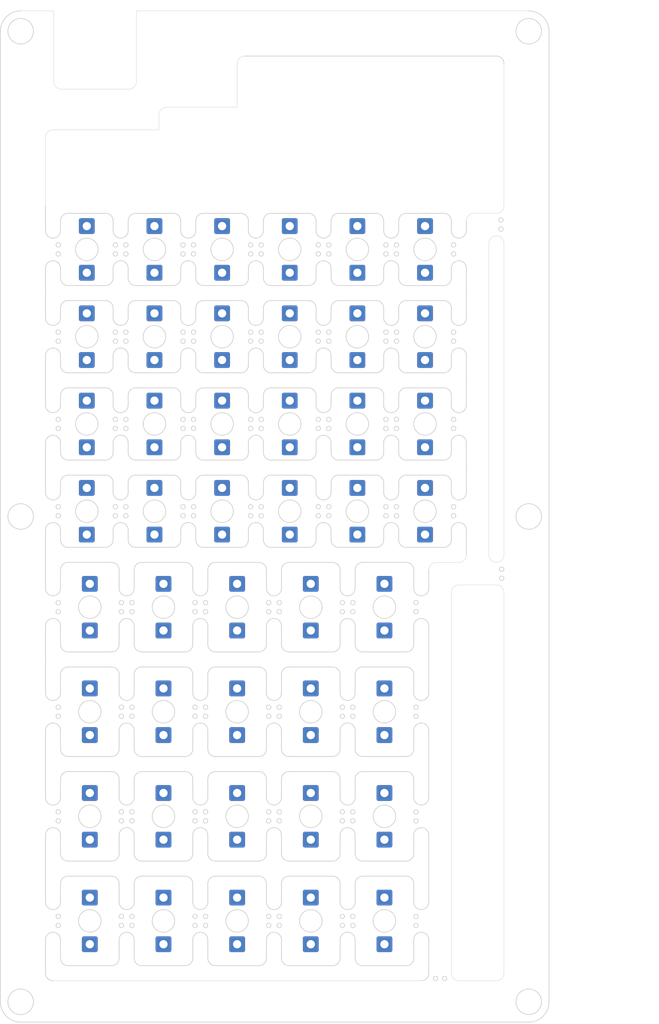
<source format=kicad_pcb>
(kicad_pcb (version 20221018) (generator pcbnew)
  (layers (0 "F.Cu" signal) (31 "B.Cu" signal) (34 "B.Paste" user) (35 "F.Paste" user) (36 "B.SilkS" user "B.Silkscreen") (37 "F.SilkS" user "F.Silkscreen") (38 "B.Mask" user) (39 "F.Mask" user) (44 "Edge.Cuts" user))
  (net 0 "")
  (footprint "SolderWire-0.5sqmm_1x01_D0.9mm_OD2.1mm" (layer "F.Cu") (at 120 93.4)
    (fp_text reference "P88a" hide)
    (fp_text value "")
    (pad "1" thru_hole roundrect (at 0 0) (size 2.1 2.1) (drill 1.1) (layers "*.Cu" "*.Mask") (roundrect_rratio 0.119048))
  )
  (footprint "SolderWire-0.5sqmm_1x01_D0.9mm_OD2.1mm" (layer "F.Cu") (at 84 88)
    (fp_text reference "P53a" hide)
    (fp_text value "")
    (pad "1" thru_hole roundrect (at 0 0) (size 2.1 2.1) (drill 1.1) (layers "*.Cu" "*.Mask") (roundrect_rratio 0.119048))
  )
  (footprint "SolderWire-0.5sqmm_1x01_D0.9mm_OD2.1mm" (layer "F.Cu") (at 104.8 106.15)
    (fp_text reference "P26a" hide)
    (fp_text value "")
    (pad "1" thru_hole roundrect (at 0 0) (size 2.1 2.1) (drill 1.1) (layers "*.Cu" "*.Mask") (roundrect_rratio 0.119048))
  )
  (footprint "SolderWire-0.5sqmm_1x01_D0.9mm_OD2.1mm" (layer "F.Cu") (at 75.4 126.25)
    (fp_text reference "P3a" hide)
    (fp_text value "")
    (pad "1" thru_hole roundrect (at 0 0) (size 2.1 2.1) (drill 1.1) (layers "*.Cu" "*.Mask") (roundrect_rratio 0.119048))
  )
  (footprint "SolderWire-0.5sqmm_1x01_D0.9mm_OD2.1mm" (layer "F.Cu") (at 95 112.35)
    (fp_text reference "P17a" hide)
    (fp_text value "")
    (pad "1" thru_hole roundrect (at 0 0) (size 2.1 2.1) (drill 1.1) (layers "*.Cu" "*.Mask") (roundrect_rratio 0.119048))
  )
  (footprint "SolderWire-0.5sqmm_1x01_D0.9mm_OD2.1mm" (layer "F.Cu") (at 114.6 112.35)
    (fp_text reference "P33a" hide)
    (fp_text value "")
    (pad "1" thru_hole roundrect (at 0 0) (size 2.1 2.1) (drill 1.1) (layers "*.Cu" "*.Mask") (roundrect_rratio 0.119048))
  )
  (footprint "SolderWire-0.5sqmm_1x01_D0.9mm_OD2.1mm" (layer "F.Cu") (at 85.2 147.85)
    (fp_text reference "P16a" hide)
    (fp_text value "")
    (pad "1" thru_hole roundrect (at 0 0) (size 2.1 2.1) (drill 1.1) (layers "*.Cu" "*.Mask") (roundrect_rratio 0.119048))
  )
  (footprint "SolderWire-0.5sqmm_1x01_D0.9mm_OD2.1mm" (layer "F.Cu") (at 75.4 133.95)
    (fp_text reference "P6a" hide)
    (fp_text value "")
    (pad "1" thru_hole roundrect (at 0 0) (size 2.1 2.1) (drill 1.1) (layers "*.Cu" "*.Mask") (roundrect_rratio 0.119048))
  )
  (footprint "SolderWire-0.5sqmm_1x01_D0.9mm_OD2.1mm" (layer "F.Cu") (at 85.2 140.15)
    (fp_text reference "P13a" hide)
    (fp_text value "")
    (pad "1" thru_hole roundrect (at 0 0) (size 2.1 2.1) (drill 1.1) (layers "*.Cu" "*.Mask") (roundrect_rratio 0.119048))
  )
  (footprint "SolderWire-0.5sqmm_1x01_D0.9mm_OD2.1mm" (layer "F.Cu") (at 95 140.15)
    (fp_text reference "P21a" hide)
    (fp_text value "")
    (pad "1" thru_hole roundrect (at 0 0) (size 2.1 2.1) (drill 1.1) (layers "*.Cu" "*.Mask") (roundrect_rratio 0.119048))
  )
  (footprint "SolderWire-0.5sqmm_1x01_D0.9mm_OD2.1mm" (layer "F.Cu") (at 104.8 140.15)
    (fp_text reference "P29a" hide)
    (fp_text value "")
    (pad "1" thru_hole roundrect (at 0 0) (size 2.1 2.1) (drill 1.1) (layers "*.Cu" "*.Mask") (roundrect_rratio 0.119048))
  )
  (footprint "SolderWire-0.5sqmm_1x01_D0.9mm_OD2.1mm" (layer "F.Cu") (at 84 64.8)
    (fp_text reference "P49a" hide)
    (fp_text value "")
    (pad "1" thru_hole roundrect (at 0 0) (size 2.1 2.1) (drill 1.1) (layers "*.Cu" "*.Mask") (roundrect_rratio 0.119048))
  )
  (footprint "SolderWire-0.5sqmm_1x01_D0.9mm_OD2.1mm" (layer "F.Cu") (at 75.4 112.35)
    (fp_text reference "P1a" hide)
    (fp_text value "")
    (pad "1" thru_hole roundrect (at 0 0) (size 2.1 2.1) (drill 1.1) (layers "*.Cu" "*.Mask") (roundrect_rratio 0.119048))
  )
  (footprint "SolderWire-0.5sqmm_1x01_D0.9mm_OD2.1mm" (layer "F.Cu") (at 93 70.2)
    (fp_text reference "P60a" hide)
    (fp_text value "")
    (pad "1" thru_hole roundrect (at 0 0) (size 2.1 2.1) (drill 1.1) (layers "*.Cu" "*.Mask") (roundrect_rratio 0.119048))
  )
  (footprint "SolderWire-0.5sqmm_1x01_D0.9mm_OD2.1mm" (layer "F.Cu") (at 85.2 112.35)
    (fp_text reference "P9a" hide)
    (fp_text value "")
    (pad "1" thru_hole roundrect (at 0 0) (size 2.1 2.1) (drill 1.1) (layers "*.Cu" "*.Mask") (roundrect_rratio 0.119048))
  )
  (footprint "SolderWire-0.5sqmm_1x01_D0.9mm_OD2.1mm" (layer "F.Cu") (at 95 106.15)
    (fp_text reference "P18a" hide)
    (fp_text value "")
    (pad "1" thru_hole roundrect (at 0 0) (size 2.1 2.1) (drill 1.1) (layers "*.Cu" "*.Mask") (roundrect_rratio 0.119048))
  )
  (footprint "SolderWire-0.5sqmm_1x01_D0.9mm_OD2.1mm" (layer "F.Cu") (at 75.4 147.85)
    (fp_text reference "P8a" hide)
    (fp_text value "")
    (pad "1" thru_hole roundrect (at 0 0) (size 2.1 2.1) (drill 1.1) (layers "*.Cu" "*.Mask") (roundrect_rratio 0.119048))
  )
  (footprint "SolderWire-0.5sqmm_1x01_D0.9mm_OD2.1mm" (layer "F.Cu") (at 93 81.8)
    (fp_text reference "P62a" hide)
    (fp_text value "")
    (pad "1" thru_hole roundrect (at 0 0) (size 2.1 2.1) (drill 1.1) (layers "*.Cu" "*.Mask") (roundrect_rratio 0.119048))
  )
  (footprint "SolderWire-0.5sqmm_1x01_D0.9mm_OD2.1mm" (layer "F.Cu") (at 104.8 120.05)
    (fp_text reference "P28a" hide)
    (fp_text value "")
    (pad "1" thru_hole roundrect (at 0 0) (size 2.1 2.1) (drill 1.1) (layers "*.Cu" "*.Mask") (roundrect_rratio 0.119048))
  )
  (footprint "SolderWire-0.5sqmm_1x01_D0.9mm_OD2.1mm" (layer "F.Cu") (at 114.6 120.05)
    (fp_text reference "P36a" hide)
    (fp_text value "")
    (pad "1" thru_hole roundrect (at 0 0) (size 2.1 2.1) (drill 1.1) (layers "*.Cu" "*.Mask") (roundrect_rratio 0.119048))
  )
  (footprint "SolderWire-0.5sqmm_1x01_D0.9mm_OD2.1mm" (layer "F.Cu") (at 114.6 106.15)
    (fp_text reference "P34a" hide)
    (fp_text value "")
    (pad "1" thru_hole roundrect (at 0 0) (size 2.1 2.1) (drill 1.1) (layers "*.Cu" "*.Mask") (roundrect_rratio 0.119048))
  )
  (footprint "SolderWire-0.5sqmm_1x01_D0.9mm_OD2.1mm" (layer "F.Cu") (at 102 81.8)
    (fp_text reference "P70a" hide)
    (fp_text value "")
    (pad "1" thru_hole roundrect (at 0 0) (size 2.1 2.1) (drill 1.1) (layers "*.Cu" "*.Mask") (roundrect_rratio 0.119048))
  )
  (footprint "SolderWire-0.5sqmm_1x01_D0.9mm_OD2.1mm" (layer "F.Cu") (at 111 58.6)
    (fp_text reference "P74a" hide)
    (fp_text value "")
    (pad "1" thru_hole roundrect (at 0 0) (size 2.1 2.1) (drill 1.1) (layers "*.Cu" "*.Mask") (roundrect_rratio 0.119048))
  )
  (footprint "SolderWire-0.5sqmm_1x01_D0.9mm_OD2.1mm" (layer "F.Cu") (at 75.4 106.15)
    (fp_text reference "P2a" hide)
    (fp_text value "")
    (pad "1" thru_hole roundrect (at 0 0) (size 2.1 2.1) (drill 1.1) (layers "*.Cu" "*.Mask") (roundrect_rratio 0.119048))
  )
  (footprint "SolderWire-0.5sqmm_1x01_D0.9mm_OD2.1mm" (layer "F.Cu") (at 75 93.4)
    (fp_text reference "P48a" hide)
    (fp_text value "")
    (pad "1" thru_hole roundrect (at 0 0) (size 2.1 2.1) (drill 1.1) (layers "*.Cu" "*.Mask") (roundrect_rratio 0.119048))
  )
  (footprint "SolderWire-0.5sqmm_1x01_D0.9mm_OD2.1mm" (layer "F.Cu") (at 85.2 120.05)
    (fp_text reference "P12a" hide)
    (fp_text value "")
    (pad "1" thru_hole roundrect (at 0 0) (size 2.1 2.1) (drill 1.1) (layers "*.Cu" "*.Mask") (roundrect_rratio 0.119048))
  )
  (footprint "SolderWire-0.5sqmm_1x01_D0.9mm_OD2.1mm" (layer "F.Cu") (at 120 70.2)
    (fp_text reference "P84a" hide)
    (fp_text value "")
    (pad "1" thru_hole roundrect (at 0 0) (size 2.1 2.1) (drill 1.1) (layers "*.Cu" "*.Mask") (roundrect_rratio 0.119048))
  )
  (footprint "SolderWire-0.5sqmm_1x01_D0.9mm_OD2.1mm" (layer "F.Cu") (at 75.4 154.049999)
    (fp_text reference "P7a" hide)
    (fp_text value "")
    (pad "1" thru_hole roundrect (at 0 0) (size 2.1 2.1) (drill 1.1) (layers "*.Cu" "*.Mask") (roundrect_rratio 0.119048))
  )
  (footprint "SolderWire-0.5sqmm_1x01_D0.9mm_OD2.1mm" (layer "F.Cu") (at 111 81.8)
    (fp_text reference "P78a" hide)
    (fp_text value "")
    (pad "1" thru_hole roundrect (at 0 0) (size 2.1 2.1) (drill 1.1) (layers "*.Cu" "*.Mask") (roundrect_rratio 0.119048))
  )
  (footprint "SolderWire-0.5sqmm_1x01_D0.9mm_OD2.1mm" (layer "F.Cu") (at 75 70.2)
    (fp_text reference "P44a" hide)
    (fp_text value "")
    (pad "1" thru_hole roundrect (at 0 0) (size 2.1 2.1) (drill 1.1) (layers "*.Cu" "*.Mask") (roundrect_rratio 0.119048))
  )
  (footprint "SolderWire-0.5sqmm_1x01_D0.9mm_OD2.1mm" (layer "F.Cu") (at 102 99.6)
    (fp_text reference "P71a" hide)
    (fp_text value "")
    (pad "1" thru_hole roundrect (at 0 0) (size 2.1 2.1) (drill 1.1) (layers "*.Cu" "*.Mask") (roundrect_rratio 0.119048))
  )
  (footprint "SolderWire-0.5sqmm_1x01_D0.9mm_OD2.1mm" (layer "F.Cu") (at 120 99.6)
    (fp_text reference "P87a" hide)
    (fp_text value "")
    (pad "1" thru_hole roundrect (at 0 0) (size 2.1 2.1) (drill 1.1) (layers "*.Cu" "*.Mask") (roundrect_rratio 0.119048))
  )
  (footprint "SolderWire-0.5sqmm_1x01_D0.9mm_OD2.1mm" (layer "F.Cu") (at 95 120.05)
    (fp_text reference "P20a" hide)
    (fp_text value "")
    (pad "1" thru_hole roundrect (at 0 0) (size 2.1 2.1) (drill 1.1) (layers "*.Cu" "*.Mask") (roundrect_rratio 0.119048))
  )
  (footprint "SolderWire-0.5sqmm_1x01_D0.9mm_OD2.1mm" (layer "F.Cu") (at 114.6 154.049999)
    (fp_text reference "P39a" hide)
    (fp_text value "")
    (pad "1" thru_hole roundrect (at 0 0) (size 2.1 2.1) (drill 1.1) (layers "*.Cu" "*.Mask") (roundrect_rratio 0.119048))
  )
  (footprint "SolderWire-0.5sqmm_1x01_D0.9mm_OD2.1mm" (layer "F.Cu") (at 95 154.049999)
    (fp_text reference "P23a" hide)
    (fp_text value "")
    (pad "1" thru_hole roundrect (at 0 0) (size 2.1 2.1) (drill 1.1) (layers "*.Cu" "*.Mask") (roundrect_rratio 0.119048))
  )
  (footprint "SolderWire-0.5sqmm_1x01_D0.9mm_OD2.1mm" (layer "F.Cu") (at 104.8 126.25)
    (fp_text reference "P27a" hide)
    (fp_text value "")
    (pad "1" thru_hole roundrect (at 0 0) (size 2.1 2.1) (drill 1.1) (layers "*.Cu" "*.Mask") (roundrect_rratio 0.119048))
  )
  (footprint "SolderWire-0.5sqmm_1x01_D0.9mm_OD2.1mm" (layer "F.Cu") (at 114.6 133.95)
    (fp_text reference "P38a" hide)
    (fp_text value "")
    (pad "1" thru_hole roundrect (at 0 0) (size 2.1 2.1) (drill 1.1) (layers "*.Cu" "*.Mask") (roundrect_rratio 0.119048))
  )
  (footprint "SolderWire-0.5sqmm_1x01_D0.9mm_OD2.1mm" (layer "F.Cu") (at 84 76.4)
    (fp_text reference "P51a" hide)
    (fp_text value "")
    (pad "1" thru_hole roundrect (at 0 0) (size 2.1 2.1) (drill 1.1) (layers "*.Cu" "*.Mask") (roundrect_rratio 0.119048))
  )
  (footprint "SolderWire-0.5sqmm_1x01_D0.9mm_OD2.1mm" (layer "F.Cu") (at 93 99.6)
    (fp_text reference "P63a" hide)
    (fp_text value "")
    (pad "1" thru_hole roundrect (at 0 0) (size 2.1 2.1) (drill 1.1) (layers "*.Cu" "*.Mask") (roundrect_rratio 0.119048))
  )
  (footprint "SolderWire-0.5sqmm_1x01_D0.9mm_OD2.1mm" (layer "F.Cu") (at 85.2 154.049999)
    (fp_text reference "P15a" hide)
    (fp_text value "")
    (pad "1" thru_hole roundrect (at 0 0) (size 2.1 2.1) (drill 1.1) (layers "*.Cu" "*.Mask") (roundrect_rratio 0.119048))
  )
  (footprint "SolderWire-0.5sqmm_1x01_D0.9mm_OD2.1mm" (layer "F.Cu") (at 120 88)
    (fp_text reference "P85a" hide)
    (fp_text value "")
    (pad "1" thru_hole roundrect (at 0 0) (size 2.1 2.1) (drill 1.1) (layers "*.Cu" "*.Mask") (roundrect_rratio 0.119048))
  )
  (footprint "SolderWire-0.5sqmm_1x01_D0.9mm_OD2.1mm" (layer "F.Cu") (at 75 76.4)
    (fp_text reference "P43a" hide)
    (fp_text value "")
    (pad "1" thru_hole roundrect (at 0 0) (size 2.1 2.1) (drill 1.1) (layers "*.Cu" "*.Mask") (roundrect_rratio 0.119048))
  )
  (footprint "SolderWire-0.5sqmm_1x01_D0.9mm_OD2.1mm" (layer "F.Cu") (at 93 76.4)
    (fp_text reference "P59a" hide)
    (fp_text value "")
    (pad "1" thru_hole roundrect (at 0 0) (size 2.1 2.1) (drill 1.1) (layers "*.Cu" "*.Mask") (roundrect_rratio 0.119048))
  )
  (footprint "SolderWire-0.5sqmm_1x01_D0.9mm_OD2.1mm" (layer "F.Cu") (at 102 88)
    (fp_text reference "P69a" hide)
    (fp_text value "")
    (pad "1" thru_hole roundrect (at 0 0) (size 2.1 2.1) (drill 1.1) (layers "*.Cu" "*.Mask") (roundrect_rratio 0.119048))
  )
  (footprint "SolderWire-0.5sqmm_1x01_D0.9mm_OD2.1mm" (layer "F.Cu") (at 120 81.8)
    (fp_text reference "P86a" hide)
    (fp_text value "")
    (pad "1" thru_hole roundrect (at 0 0) (size 2.1 2.1) (drill 1.1) (layers "*.Cu" "*.Mask") (roundrect_rratio 0.119048))
  )
  (footprint "SolderWire-0.5sqmm_1x01_D0.9mm_OD2.1mm" (layer "F.Cu") (at 84 58.6)
    (fp_text reference "P50a" hide)
    (fp_text value "")
    (pad "1" thru_hole roundrect (at 0 0) (size 2.1 2.1) (drill 1.1) (layers "*.Cu" "*.Mask") (roundrect_rratio 0.119048))
  )
  (footprint "SolderWire-0.5sqmm_1x01_D0.9mm_OD2.1mm" (layer "F.Cu") (at 84 93.4)
    (fp_text reference "P56a" hide)
    (fp_text value "")
    (pad "1" thru_hole roundrect (at 0 0) (size 2.1 2.1) (drill 1.1) (layers "*.Cu" "*.Mask") (roundrect_rratio 0.119048))
  )
  (footprint "SolderWire-0.5sqmm_1x01_D0.9mm_OD2.1mm" (layer "F.Cu") (at 104.8 133.95)
    (fp_text reference "P30a" hide)
    (fp_text value "")
    (pad "1" thru_hole roundrect (at 0 0) (size 2.1 2.1) (drill 1.1) (layers "*.Cu" "*.Mask") (roundrect_rratio 0.119048))
  )
  (footprint "SolderWire-0.5sqmm_1x01_D0.9mm_OD2.1mm" (layer "F.Cu") (at 102 70.2)
    (fp_text reference "P68a" hide)
    (fp_text value "")
    (pad "1" thru_hole roundrect (at 0 0) (size 2.1 2.1) (drill 1.1) (layers "*.Cu" "*.Mask") (roundrect_rratio 0.119048))
  )
  (footprint "SolderWire-0.5sqmm_1x01_D0.9mm_OD2.1mm" (layer "F.Cu") (at 114.6 147.85)
    (fp_text reference "P40a" hide)
    (fp_text value "")
    (pad "1" thru_hole roundrect (at 0 0) (size 2.1 2.1) (drill 1.1) (layers "*.Cu" "*.Mask") (roundrect_rratio 0.119048))
  )
  (footprint "SolderWire-0.5sqmm_1x01_D0.9mm_OD2.1mm" (layer "F.Cu") (at 75 64.8)
    (fp_text reference "P41a" hide)
    (fp_text value "")
    (pad "1" thru_hole roundrect (at 0 0) (size 2.1 2.1) (drill 1.1) (layers "*.Cu" "*.Mask") (roundrect_rratio 0.119048))
  )
  (footprint "SolderWire-0.5sqmm_1x01_D0.9mm_OD2.1mm" (layer "F.Cu") (at 114.6 140.15)
    (fp_text reference "P37a" hide)
    (fp_text value "")
    (pad "1" thru_hole roundrect (at 0 0) (size 2.1 2.1) (drill 1.1) (layers "*.Cu" "*.Mask") (roundrect_rratio 0.119048))
  )
  (footprint "SolderWire-0.5sqmm_1x01_D0.9mm_OD2.1mm" (layer "F.Cu") (at 95 147.85)
    (fp_text reference "P24a" hide)
    (fp_text value "")
    (pad "1" thru_hole roundrect (at 0 0) (size 2.1 2.1) (drill 1.1) (layers "*.Cu" "*.Mask") (roundrect_rratio 0.119048))
  )
  (footprint "SolderWire-0.5sqmm_1x01_D0.9mm_OD2.1mm" (layer "F.Cu") (at 93 64.8)
    (fp_text reference "P57a" hide)
    (fp_text value "")
    (pad "1" thru_hole roundrect (at 0 0) (size 2.1 2.1) (drill 1.1) (layers "*.Cu" "*.Mask") (roundrect_rratio 0.119048))
  )
  (footprint "SolderWire-0.5sqmm_1x01_D0.9mm_OD2.1mm" (layer "F.Cu") (at 102 64.8)
    (fp_text reference "P65a" hide)
    (fp_text value "")
    (pad "1" thru_hole roundrect (at 0 0) (size 2.1 2.1) (drill 1.1) (layers "*.Cu" "*.Mask") (roundrect_rratio 0.119048))
  )
  (footprint "SolderWire-0.5sqmm_1x01_D0.9mm_OD2.1mm" (layer "F.Cu") (at 93 93.4)
    (fp_text reference "P64a" hide)
    (fp_text value "")
    (pad "1" thru_hole roundrect (at 0 0) (size 2.1 2.1) (drill 1.1) (layers "*.Cu" "*.Mask") (roundrect_rratio 0.119048))
  )
  (footprint "SolderWire-0.5sqmm_1x01_D0.9mm_OD2.1mm" (layer "F.Cu") (at 120 76.4)
    (fp_text reference "P83a" hide)
    (fp_text value "")
    (pad "1" thru_hole roundrect (at 0 0) (size 2.1 2.1) (drill 1.1) (layers "*.Cu" "*.Mask") (roundrect_rratio 0.119048))
  )
  (footprint "SolderWire-0.5sqmm_1x01_D0.9mm_OD2.1mm" (layer "F.Cu") (at 85.2 106.15)
    (fp_text reference "P10a" hide)
    (fp_text value "")
    (pad "1" thru_hole roundrect (at 0 0) (size 2.1 2.1) (drill 1.1) (layers "*.Cu" "*.Mask") (roundrect_rratio 0.119048))
  )
  (footprint "SolderWire-0.5sqmm_1x01_D0.9mm_OD2.1mm" (layer "F.Cu") (at 111 76.4)
    (fp_text reference "P75a" hide)
    (fp_text value "")
    (pad "1" thru_hole roundrect (at 0 0) (size 2.1 2.1) (drill 1.1) (layers "*.Cu" "*.Mask") (roundrect_rratio 0.119048))
  )
  (footprint "SolderWire-0.5sqmm_1x01_D0.9mm_OD2.1mm" (layer "F.Cu") (at 75.4 140.15)
    (fp_text reference "P5a" hide)
    (fp_text value "")
    (pad "1" thru_hole roundrect (at 0 0) (size 2.1 2.1) (drill 1.1) (layers "*.Cu" "*.Mask") (roundrect_rratio 0.119048))
  )
  (footprint "SolderWire-0.5sqmm_1x01_D0.9mm_OD2.1mm" (layer "F.Cu") (at 75 99.6)
    (fp_text reference "P47a" hide)
    (fp_text value "")
    (pad "1" thru_hole roundrect (at 0 0) (size 2.1 2.1) (drill 1.1) (layers "*.Cu" "*.Mask") (roundrect_rratio 0.119048))
  )
  (footprint "SolderWire-0.5sqmm_1x01_D0.9mm_OD2.1mm" (layer "F.Cu") (at 104.8 147.85)
    (fp_text reference "P32a" hide)
    (fp_text value "")
    (pad "1" thru_hole roundrect (at 0 0) (size 2.1 2.1) (drill 1.1) (layers "*.Cu" "*.Mask") (roundrect_rratio 0.119048))
  )
  (footprint "SolderWire-0.5sqmm_1x01_D0.9mm_OD2.1mm" (layer "F.Cu") (at 111 64.8)
    (fp_text reference "P73a" hide)
    (fp_text value "")
    (pad "1" thru_hole roundrect (at 0 0) (size 2.1 2.1) (drill 1.1) (layers "*.Cu" "*.Mask") (roundrect_rratio 0.119048))
  )
  (footprint "SolderWire-0.5sqmm_1x01_D0.9mm_OD2.1mm" (layer "F.Cu") (at 84 81.8)
    (fp_text reference "P54a" hide)
    (fp_text value "")
    (pad "1" thru_hole roundrect (at 0 0) (size 2.1 2.1) (drill 1.1) (layers "*.Cu" "*.Mask") (roundrect_rratio 0.119048))
  )
  (footprint "SolderWire-0.5sqmm_1x01_D0.9mm_OD2.1mm" (layer "F.Cu") (at 75 88)
    (fp_text reference "P45a" hide)
    (fp_text value "")
    (pad "1" thru_hole roundrect (at 0 0) (size 2.1 2.1) (drill 1.1) (layers "*.Cu" "*.Mask") (roundrect_rratio 0.119048))
  )
  (footprint "SolderWire-0.5sqmm_1x01_D0.9mm_OD2.1mm" (layer "F.Cu") (at 84 99.6)
    (fp_text reference "P55a" hide)
    (fp_text value "")
    (pad "1" thru_hole roundrect (at 0 0) (size 2.1 2.1) (drill 1.1) (layers "*.Cu" "*.Mask") (roundrect_rratio 0.119048))
  )
  (footprint "SolderWire-0.5sqmm_1x01_D0.9mm_OD2.1mm" (layer "F.Cu") (at 111 99.6)
    (fp_text reference "P79a" hide)
    (fp_text value "")
    (pad "1" thru_hole roundrect (at 0 0) (size 2.1 2.1) (drill 1.1) (layers "*.Cu" "*.Mask") (roundrect_rratio 0.119048))
  )
  (footprint "SolderWire-0.5sqmm_1x01_D0.9mm_OD2.1mm" (layer "F.Cu") (at 95 133.95)
    (fp_text reference "P22a" hide)
    (fp_text value "")
    (pad "1" thru_hole roundrect (at 0 0) (size 2.1 2.1) (drill 1.1) (layers "*.Cu" "*.Mask") (roundrect_rratio 0.119048))
  )
  (footprint "SolderWire-0.5sqmm_1x01_D0.9mm_OD2.1mm" (layer "F.Cu") (at 84 70.2)
    (fp_text reference "P52a" hide)
    (fp_text value "")
    (pad "1" thru_hole roundrect (at 0 0) (size 2.1 2.1) (drill 1.1) (layers "*.Cu" "*.Mask") (roundrect_rratio 0.119048))
  )
  (footprint "SolderWire-0.5sqmm_1x01_D0.9mm_OD2.1mm" (layer "F.Cu") (at 75 58.6)
    (fp_text reference "P42a" hide)
    (fp_text value "")
    (pad "1" thru_hole roundrect (at 0 0) (size 2.1 2.1) (drill 1.1) (layers "*.Cu" "*.Mask") (roundrect_rratio 0.119048))
  )
  (footprint "SolderWire-0.5sqmm_1x01_D0.9mm_OD2.1mm" (layer "F.Cu") (at 104.8 112.35)
    (fp_text reference "P25a" hide)
    (fp_text value "")
    (pad "1" thru_hole roundrect (at 0 0) (size 2.1 2.1) (drill 1.1) (layers "*.Cu" "*.Mask") (roundrect_rratio 0.119048))
  )
  (footprint "SolderWire-0.5sqmm_1x01_D0.9mm_OD2.1mm" (layer "F.Cu") (at 111 70.2)
    (fp_text reference "P76a" hide)
    (fp_text value "")
    (pad "1" thru_hole roundrect (at 0 0) (size 2.1 2.1) (drill 1.1) (layers "*.Cu" "*.Mask") (roundrect_rratio 0.119048))
  )
  (footprint "SolderWire-0.5sqmm_1x01_D0.9mm_OD2.1mm" (layer "F.Cu") (at 102 76.4)
    (fp_text reference "P67a" hide)
    (fp_text value "")
    (pad "1" thru_hole roundrect (at 0 0) (size 2.1 2.1) (drill 1.1) (layers "*.Cu" "*.Mask") (roundrect_rratio 0.119048))
  )
  (footprint "SolderWire-0.5sqmm_1x01_D0.9mm_OD2.1mm" (layer "F.Cu") (at 104.8 154.049999)
    (fp_text reference "P31a" hide)
    (fp_text value "")
    (pad "1" thru_hole roundrect (at 0 0) (size 2.1 2.1) (drill 1.1) (layers "*.Cu" "*.Mask") (roundrect_rratio 0.119048))
  )
  (footprint "SolderWire-0.5sqmm_1x01_D0.9mm_OD2.1mm" (layer "F.Cu") (at 93 88)
    (fp_text reference "P61a" hide)
    (fp_text value "")
    (pad "1" thru_hole roundrect (at 0 0) (size 2.1 2.1) (drill 1.1) (layers "*.Cu" "*.Mask") (roundrect_rratio 0.119048))
  )
  (footprint "SolderWire-0.5sqmm_1x01_D0.9mm_OD2.1mm" (layer "F.Cu") (at 120 64.8)
    (fp_text reference "P81a" hide)
    (fp_text value "")
    (pad "1" thru_hole roundrect (at 0 0) (size 2.1 2.1) (drill 1.1) (layers "*.Cu" "*.Mask") (roundrect_rratio 0.119048))
  )
  (footprint "SolderWire-0.5sqmm_1x01_D0.9mm_OD2.1mm" (layer "F.Cu") (at 75.4 120.05)
    (fp_text reference "P4a" hide)
    (fp_text value "")
    (pad "1" thru_hole roundrect (at 0 0) (size 2.1 2.1) (drill 1.1) (layers "*.Cu" "*.Mask") (roundrect_rratio 0.119048))
  )
  (footprint "SolderWire-0.5sqmm_1x01_D0.9mm_OD2.1mm" (layer "F.Cu") (at 75 81.8)
    (fp_text reference "P46a" hide)
    (fp_text value "")
    (pad "1" thru_hole roundrect (at 0 0) (size 2.1 2.1) (drill 1.1) (layers "*.Cu" "*.Mask") (roundrect_rratio 0.119048))
  )
  (footprint "SolderWire-0.5sqmm_1x01_D0.9mm_OD2.1mm" (layer "F.Cu") (at 114.6 126.25)
    (fp_text reference "P35a" hide)
    (fp_text value "")
    (pad "1" thru_hole roundrect (at 0 0) (size 2.1 2.1) (drill 1.1) (layers "*.Cu" "*.Mask") (roundrect_rratio 0.119048))
  )
  (footprint "SolderWire-0.5sqmm_1x01_D0.9mm_OD2.1mm" (layer "F.Cu") (at 120 58.6)
    (fp_text reference "P82a" hide)
    (fp_text value "")
    (pad "1" thru_hole roundrect (at 0 0) (size 2.1 2.1) (drill 1.1) (layers "*.Cu" "*.Mask") (roundrect_rratio 0.119048))
  )
  (footprint "SolderWire-0.5sqmm_1x01_D0.9mm_OD2.1mm" (layer "F.Cu") (at 111 93.4)
    (fp_text reference "P80a" hide)
    (fp_text value "")
    (pad "1" thru_hole roundrect (at 0 0) (size 2.1 2.1) (drill 1.1) (layers "*.Cu" "*.Mask") (roundrect_rratio 0.119048))
  )
  (footprint "SolderWire-0.5sqmm_1x01_D0.9mm_OD2.1mm" (layer "F.Cu") (at 95 126.25)
    (fp_text reference "P19a" hide)
    (fp_text value "")
    (pad "1" thru_hole roundrect (at 0 0) (size 2.1 2.1) (drill 1.1) (layers "*.Cu" "*.Mask") (roundrect_rratio 0.119048))
  )
  (footprint "SolderWire-0.5sqmm_1x01_D0.9mm_OD2.1mm" (layer "F.Cu") (at 93 58.6)
    (fp_text reference "P58a" hide)
    (fp_text value "")
    (pad "1" thru_hole roundrect (at 0 0) (size 2.1 2.1) (drill 1.1) (layers "*.Cu" "*.Mask") (roundrect_rratio 0.119048))
  )
  (footprint "SolderWire-0.5sqmm_1x01_D0.9mm_OD2.1mm" (layer "F.Cu") (at 102 58.6)
    (fp_text reference "P66a" hide)
    (fp_text value "")
    (pad "1" thru_hole roundrect (at 0 0) (size 2.1 2.1) (drill 1.1) (layers "*.Cu" "*.Mask") (roundrect_rratio 0.119048))
  )
  (footprint "SolderWire-0.5sqmm_1x01_D0.9mm_OD2.1mm" (layer "F.Cu") (at 111 88)
    (fp_text reference "P77a" hide)
    (fp_text value "")
    (pad "1" thru_hole roundrect (at 0 0) (size 2.1 2.1) (drill 1.1) (layers "*.Cu" "*.Mask") (roundrect_rratio 0.119048))
  )
  (footprint "SolderWire-0.5sqmm_1x01_D0.9mm_OD2.1mm" (layer "F.Cu") (at 102 93.4)
    (fp_text reference "P72a" hide)
    (fp_text value "")
    (pad "1" thru_hole roundrect (at 0 0) (size 2.1 2.1) (drill 1.1) (layers "*.Cu" "*.Mask") (roundrect_rratio 0.119048))
  )
  (footprint "SolderWire-0.5sqmm_1x01_D0.9mm_OD2.1mm" (layer "F.Cu") (at 85.2 126.25)
    (fp_text reference "P11a" hide)
    (fp_text value "")
    (pad "1" thru_hole roundrect (at 0 0) (size 2.1 2.1) (drill 1.1) (layers "*.Cu" "*.Mask") (roundrect_rratio 0.119048))
  )
  (footprint "SolderWire-0.5sqmm_1x01_D0.9mm_OD2.1mm" (layer "F.Cu") (at 85.2 133.95)
    (fp_text reference "P14a" hide)
    (fp_text value "")
    (pad "1" thru_hole roundrect (at 0 0) (size 2.1 2.1) (drill 1.1) (layers "*.Cu" "*.Mask") (roundrect_rratio 0.119048))
  )
  (gr_circle (center 78.8 73.9) (end 78.8 74.2) (stroke (width 0.1)) (fill none) (layer "Edge.Cuts"))
  (gr_circle (center 87.8 97.1) (end 87.8 97.4) (stroke (width 0.1)) (fill none) (layer "Edge.Cuts"))
  (gr_line (start 92.1 145) (end 97.9 145) (stroke (width 0.1)) (layer "Edge.Cuts"))
  (gr_line (start 120.5 116.2) (end 120.5 120.65) (stroke (width 0.1)) (layer "Edge.Cuts"))
  (gr_line (start 123.5 100.3) (end 123.5 99) (stroke (width 0.1)) (layer "Edge.Cuts"))
  (gr_circle (center 80.2 61.1) (end 80.2 61.4) (stroke (width 0.1)) (fill none) (layer "Edge.Cuts"))
  (gr_arc (start 81.3 104.3) (mid 81.592893 103.592893) (end 82.3 103.3) (stroke (width 0.1)) (layer "Edge.Cuts"))
  (gr_arc (start 77.5 56.9) (mid 78.207107 57.192893) (end 78.5 57.9) (stroke (width 0.1)) (layer "Edge.Cuts"))
  (gr_arc (start 70.5 71.8) (mid 69.792893 71.507107) (end 69.5 70.8) (stroke (width 0.1)) (layer "Edge.Cuts"))
  (gr_arc (start 92.1 143) (mid 91.392893 142.707107) (end 91.1 142) (stroke (width 0.1)) (layer "Edge.Cuts"))
  (gr_arc (start 96.5 77.1) (mid 96.207107 77.807107) (end 95.5 78.1) (stroke (width 0.1)) (layer "Edge.Cuts"))
  (gr_arc (start 80.5 81.1) (mid 80.792893 80.392893) (end 81.5 80.1) (stroke (width 0.1)) (layer "Edge.Cuts"))
  (gr_arc (start 110.7 132.1) (mid 110.992893 131.392893) (end 111.7 131.1) (stroke (width 0.1)) (layer "Edge.Cuts"))
  (gr_line (start 80.5 57.9) (end 80.5 59.2) (stroke (width 0.1)) (layer "Edge.Cuts"))
  (gr_line (start 77.5 66.5) (end 72.5 66.5) (stroke (width 0.1)) (layer "Edge.Cuts"))
  (gr_line (start 118.5 114.2) (end 118.5 111.75) (stroke (width 0.1)) (layer "Edge.Cuts"))
  (gr_line (start 130.5 60.9) (end 130.5 102.3) (stroke (width 0.05)) (layer "Edge.Cuts"))
  (gr_line (start 110.7 128.1) (end 110.7 125.65) (stroke (width 0.1)) (layer "Edge.Cuts"))
  (gr_arc (start 124.5 60.2) (mid 123.792893 59.907107) (end 123.5 59.2) (stroke (width 0.1)) (layer "Edge.Cuts"))
  (gr_arc (start 111.7 156.9) (mid 110.992893 156.607107) (end 110.7 155.9) (stroke (width 0.1)) (layer "Edge.Cuts"))
  (gr_arc (start 97.5 95) (mid 96.792893 94.707107) (end 96.5 94) (stroke (width 0.1)) (layer "Edge.Cuts"))
  (gr_arc (start 98.5 82.4) (mid 98.207107 83.107107) (end 97.5 83.4) (stroke (width 0.1)) (layer "Edge.Cuts"))
  (gr_arc (start 80.5 92.7) (mid 80.792893 91.992893) (end 81.5 91.7) (stroke (width 0.1)) (layer "Edge.Cuts"))
  (gr_line (start 100.9 128.1) (end 100.9 125.65) (stroke (width 0.1)) (layer "Edge.Cuts"))
  (gr_circle (center 89.2 73.9) (end 89.2 74.2) (stroke (width 0.1)) (fill none) (layer "Edge.Cuts"))
  (gr_line (start 85.600001 42.800001) (end 95 42.8) (stroke (width 0.05)) (layer "Edge.Cuts"))
  (gr_circle (center 75.4 123.15) (end 75.4 124.65) (stroke (width 0.1)) (fill none) (layer "Edge.Cuts"))
  (gr_arc (start 110.7 146) (mid 110.992893 145.292893) (end 111.7 145) (stroke (width 0.1)) (layer "Edge.Cuts"))
  (gr_line (start 118.5 118.2) (end 118.5 120.65) (stroke (width 0.1)) (layer "Edge.Cuts"))
  (gr_arc (start 89.5 82.4) (mid 89.207107 83.107107) (end 88.5 83.4) (stroke (width 0.1)) (layer "Edge.Cuts"))
  (gr_line (start 89.5 100.3) (end 89.5 99) (stroke (width 0.1)) (layer "Edge.Cuts"))
  (gr_circle (center 90.8 136.45) (end 90.8 136.75) (stroke (width 0.1)) (fill none) (layer "Edge.Cuts"))
  (gr_circle (center 87.8 84.3) (end 87.8 84.6) (stroke (width 0.1)) (fill none) (layer "Edge.Cuts"))
  (gr_line (start 89.1 146) (end 89.1 148.45) (stroke (width 0.1)) (layer "Edge.Cuts"))
  (gr_arc (start 95.5 56.9) (mid 96.207107 57.192893) (end 96.5 57.9) (stroke (width 0.1)) (layer "Edge.Cuts"))
  (gr_line (start 69.5 90.7) (end 69.5 94) (stroke (width 0.1)) (layer "Edge.Cuts"))
  (gr_circle (center 120 61.7) (end 120 63.2) (stroke (width 0.1)) (fill none) (layer "Edge.Cuts"))
  (gr_circle (center 98.2 61.1) (end 98.2 61.4) (stroke (width 0.1)) (fill none) (layer "Edge.Cuts"))
  (gr_line (start 108.5 68.5) (end 113.5 68.5) (stroke (width 0.1)) (layer "Edge.Cuts"))
  (gr_arc (start 125.5 59.2) (mid 125.207107 59.907107) (end 124.5 60.2) (stroke (width 0.1)) (layer "Edge.Cuts"))
  (gr_arc (start 90.5 89.7) (mid 89.792893 89.407107) (end 89.5 88.7) (stroke (width 0.1)) (layer "Edge.Cuts"))
  (gr_circle (center 71.2 109.85) (end 71.2 110.149999) (stroke (width 0.1)) (fill none) (layer "Edge.Cuts"))
  (gr_circle (center 110.4 151.549999) (end 110.4 151.85) (stroke (width 0.1)) (fill none) (layer "Edge.Cuts"))
  (gr_circle (center 96.8 73.9) (end 96.8 74.2) (stroke (width 0.1)) (fill none) (layer "Edge.Cuts"))
  (gr_line (start 89.5 57.9) (end 89.5 59.2) (stroke (width 0.1)) (layer "Edge.Cuts"))
  (gr_arc (start 95 37) (mid 95.292893 36.292893) (end 96 36) (stroke (width 0.05)) (layer "Edge.Cuts"))
  (gr_arc (start 111.7 129.1) (mid 110.992893 128.807107) (end 110.7 128.1) (stroke (width 0.1)) (layer "Edge.Cuts"))
  (gr_arc (start 101.9 129.1) (mid 101.192893 128.807107) (end 100.9 128.1) (stroke (width 0.1)) (layer "Edge.Cuts"))
  (gr_line (start 117.5 80.1) (end 122.5 80.1) (stroke (width 0.1)) (layer "Edge.Cuts"))
  (gr_arc (start 80.5 70.8) (mid 80.207107 71.507107) (end 79.5 71.8) (stroke (width 0.1)) (layer "Edge.Cuts"))
  (gr_line (start 116.5 77.1) (end 116.5 75.8) (stroke (width 0.1)) (layer "Edge.Cuts"))
  (gr_line (start 101.9 103.3) (end 107.7 103.3) (stroke (width 0.1)) (layer "Edge.Cuts"))
  (gr_line (start 71.600007 40.399993) (end 80.6 40.4) (stroke (width 0.05)) (layer "Edge.Cuts"))
  (gr_arc (start 72.5 115.2) (mid 71.792893 114.907107) (end 71.5 114.2) (stroke (width 0.1)) (layer "Edge.Cuts"))
  (gr_line (start 96.5 92.7) (end 96.5 94) (stroke (width 0.1)) (layer "Edge.Cuts"))
  (gr_arc (start 70.5 60.2) (mid 69.792893 59.907107) (end 69.5 59.2) (stroke (width 0.1)) (layer "Edge.Cuts"))
  (gr_arc (start 69.5 125.65) (mid 69.792893 124.942893) (end 70.5 124.65) (stroke (width 0.1)) (layer "Edge.Cuts"))
  (gr_arc (start 122.5 91.7) (mid 123.207107 91.992893) (end 123.5 92.7) (stroke (width 0.1)) (layer "Edge.Cuts"))
  (gr_arc (start 106.5 95) (mid 105.792893 94.707107) (end 105.5 94) (stroke (width 0.1)) (layer "Edge.Cuts"))
  (gr_line (start 69.5 144) (end 69.5 148.45) (stroke (width 0.1)) (layer "Edge.Cuts"))
  (gr_line (start 108.7 142) (end 108.7 139.55) (stroke (width 0.1)) (layer "Edge.Cuts"))
  (gr_line (start 91.1 128.1) (end 91.1 125.65) (stroke (width 0.1)) (layer "Edge.Cuts"))
  (gr_arc (start 90.1 110.75) (mid 90.807107 111.042893) (end 91.1 111.75) (stroke (width 0.1)) (layer "Edge.Cuts"))
  (gr_circle (center 121.4 158.6) (end 121.4 158.9) (stroke (width 0.1)) (fill none) (layer "Edge.Cuts"))
  (gr_arc (start 96.5 87.4) (mid 96.792893 86.692893) (end 97.5 86.4) (stroke (width 0.1)) (layer "Edge.Cuts"))
  (gr_circle (center 75.4 150.95) (end 75.4 152.45) (stroke (width 0.1)) (fill none) (layer "Edge.Cuts"))
  (gr_line (start 133.8 30) (end 90.4 30) (stroke (width 0.05)) (layer "Edge.Cuts"))
  (gr_circle (center 99.2 109.85) (end 99.2 110.149999) (stroke (width 0.1)) (fill none) (layer "Edge.Cuts"))
  (gr_arc (start 80.5 59.2) (mid 80.207107 59.907107) (end 79.5 60.2) (stroke (width 0.1)) (layer "Edge.Cuts"))
  (gr_arc (start 71.5 81.1) (mid 71.792893 80.392893) (end 72.5 80.1) (stroke (width 0.1)) (layer "Edge.Cuts"))
  (gr_circle (center 114.6 137.05) (end 114.6 138.55) (stroke (width 0.1)) (fill none) (layer "Edge.Cuts"))
  (gr_circle (center 123.8 61.1) (end 123.8 61.4) (stroke (width 0.1)) (fill none) (layer "Edge.Cuts"))
  (gr_arc (start 90.5 78.1) (mid 89.792893 77.807107) (end 89.5 77.1) (stroke (width 0.1)) (layer "Edge.Cuts"))
  (gr_line (start 125.5 57.9) (end 125.5 59.2) (stroke (width 0.1)) (layer "Edge.Cuts"))
  (gr_circle (center 120 73.3) (end 120 74.8) (stroke (width 0.1)) (fill none) (layer "Edge.Cuts"))
  (gr_arc (start 117.5 145) (mid 118.207107 145.292893) (end 118.5 146) (stroke (width 0.1)) (layer "Edge.Cuts"))
  (gr_arc (start 80.5 57.9) (mid 80.792893 57.192893) (end 81.5 56.9) (stroke (width 0.1)) (layer "Edge.Cuts"))
  (gr_arc (start 107.5 82.4) (mid 107.207107 83.107107) (end 106.5 83.4) (stroke (width 0.1)) (layer "Edge.Cuts"))
  (gr_line (start 108.7 132.1) (end 108.7 134.55) (stroke (width 0.1)) (layer "Edge.Cuts"))
  (gr_circle (center 96.8 97.1) (end 96.8 97.4) (stroke (width 0.1)) (fill none) (layer "Edge.Cuts"))
  (gr_circle (center 105.8 62.3) (end 105.8 62.6) (stroke (width 0.1)) (fill none) (layer "Edge.Cuts"))
  (gr_line (start 107.7 143) (end 101.9 143) (stroke (width 0.1)) (layer "Edge.Cuts"))
  (gr_line (start 96 36) (end 129.5 36) (stroke (width 0.1)) (layer "Edge.Cuts"))
  (gr_line (start 78.5 92.7) (end 78.5 94) (stroke (width 0.1)) (layer "Edge.Cuts"))
  (gr_circle (center 78.8 62.3) (end 78.8 62.6) (stroke (width 0.1)) (fill none) (layer "Edge.Cuts"))
  (gr_arc (start 107.7 103.3) (mid 108.407107 103.592893) (end 108.7 104.3) (stroke (width 0.1)) (layer "Edge.Cuts"))
  (gr_arc (start 89.1 111.75) (mid 89.392893 111.042893) (end 90.1 110.75) (stroke (width 0.1)) (layer "Edge.Cuts"))
  (gr_arc (start 100.9 148.45) (mid 100.607107 149.157107) (end 99.9 149.45) (stroke (width 0.1)) (layer "Edge.Cuts"))
  (gr_circle (center 130.1 59) (end 130.1 59.3) (stroke (width 0.1)) (fill none) (layer "Edge.Cuts"))
  (gr_line (start 80.5 77.1) (end 80.5 75.8) (stroke (width 0.1)) (layer "Edge.Cuts"))
  (gr_arc (start 110.7 120.65) (mid 110.407107 121.357107) (end 109.7 121.65) (stroke (width 0.1)) (layer "Edge.Cuts"))
  (gr_arc (start 81.3 106.75) (mid 81.007107 107.457107) (end 80.3 107.75) (stroke (width 0.1)) (layer "Edge.Cuts"))
  (gr_arc (start 88.5 95) (mid 87.792893 94.707107) (end 87.5 94) (stroke (width 0.1)) (layer "Edge.Cuts"))
  (gr_arc (start 117.5 66.5) (mid 116.792893 66.207107) (end 116.5 65.5) (stroke (width 0.1)) (layer "Edge.Cuts"))
  (gr_arc (start 79.5 98) (mid 80.207107 98.292893) (end 80.5 99) (stroke (width 0.1)) (layer "Edge.Cuts"))
  (gr_circle (center 111 61.7) (end 111 63.2) (stroke (width 0.1)) (fill none) (layer "Edge.Cuts"))
  (gr_arc (start 96.5 64.2) (mid 96.792893 63.492893) (end 97.5 63.2) (stroke (width 0.1)) (layer "Edge.Cuts"))
  (gr_arc (start 117.5 117.2) (mid 118.207107 117.492893) (end 118.5 118.2) (stroke (width 0.1)) (layer "Edge.Cuts"))
  (gr_arc (start 84.600001 43.800001) (mid 84.892894 43.092894) (end 85.600001 42.800001) (stroke (width 0.05)) (layer "Edge.Cuts"))
  (gr_arc (start 130.5 102.3) (mid 129.5 103.3) (end 128.5 102.3) (stroke (width 0.05)) (layer "Edge.Cuts"))
  (gr_circle (center 87.8 62.3) (end 87.8 62.6) (stroke (width 0.1)) (fill none) (layer "Edge.Cuts"))
  (gr_arc (start 100.9 104.3) (mid 101.192893 103.592893) (end 101.9 103.3) (stroke (width 0.1)) (layer "Edge.Cuts"))
  (gr_line (start 111.7 117.2) (end 117.5 117.2) (stroke (width 0.1)) (layer "Edge.Cuts"))
  (gr_arc (start 81.3 146) (mid 81.592893 145.292893) (end 82.3 145) (stroke (width 0.1)) (layer "Edge.Cuts"))
  (gr_line (start 72.5 131.1) (end 78.3 131.1) (stroke (width 0.1)) (layer "Edge.Cuts"))
  (gr_line (start 107.5 88.7) (end 107.5 87.4) (stroke (width 0.1)) (layer "Edge.Cuts"))
  (gr_arc (start 118.5 142) (mid 118.207107 142.707107) (end 117.5 143) (stroke (width 0.1)) (layer "Edge.Cuts"))
  (gr_line (start 78.3 143) (end 72.5 143) (stroke (width 0.1)) (layer "Edge.Cuts"))
  (gr_arc (start 72.5 66.5) (mid 71.792893 66.207107) (end 71.5 65.5) (stroke (width 0.1)) (layer "Edge.Cuts"))
  (gr_circle (center 107.2 72.7) (end 107.2 73) (stroke (width 0.1)) (fill none) (layer "Edge.Cuts"))
  (gr_line (start 89.5 92.7) (end 89.5 94) (stroke (width 0.1)) (layer "Edge.Cuts"))
  (gr_arc (start 70.5 86.4) (mid 71.207107 86.692893) (end 71.5 87.4) (stroke (width 0.1)) (layer "Edge.Cuts"))
  (gr_line (start 81.3 118.2) (end 81.3 120.65) (stroke (width 0.1)) (layer "Edge.Cuts"))
  (gr_arc (start 71.5 82.4) (mid 71.207107 83.107107) (end 70.5 83.4) (stroke (width 0.1)) (layer "Edge.Cuts"))
  (gr_arc (start 81.3 148.45) (mid 81.007107 149.157107) (end 80.3 149.45) (stroke (width 0.1)) (layer "Edge.Cuts"))
  (gr_circle (center 109 150.35) (end 109 150.65) (stroke (width 0.1)) (fill none) (layer "Edge.Cuts"))
  (gr_arc (start 100.9 106.75) (mid 100.607107 107.457107) (end 99.9 107.75) (stroke (width 0.1)) (layer "Edge.Cuts"))
  (gr_line (start 78.5 88.7) (end 78.5 87.4) (stroke (width 0.1)) (layer "Edge.Cuts"))
  (gr_line (start 118.5 155.9) (end 118.5 153.45) (stroke (width 0.1)) (layer "Edge.Cuts"))
  (gr_circle (center 85.2 109.25) (end 85.2 110.75) (stroke (width 0.1)) (fill none) (layer "Edge.Cuts"))
  (gr_line (start 108.7 118.2) (end 108.7 120.65) (stroke (width 0.1)) (layer "Edge.Cuts"))
  (gr_circle (center 71.2 150.35) (end 71.2 150.65) (stroke (width 0.1)) (fill none) (layer "Edge.Cuts"))
  (gr_arc (start 98.5 69.5) (mid 98.792893 68.792893) (end 99.5 68.5) (stroke (width 0.1)) (layer "Edge.Cuts"))
  (gr_circle (center 99.2 137.65) (end 99.2 137.95) (stroke (width 0.1)) (fill none) (layer "Edge.Cuts"))
  (gr_circle (center 87.8 73.9) (end 87.8 74.2) (stroke (width 0.1)) (fill none) (layer "Edge.Cuts"))
  (gr_arc (start 70.5 63.2) (mid 71.207107 63.492893) (end 71.5 64.2) (stroke (width 0.1)) (layer "Edge.Cuts"))
  (gr_arc (start 82.3 129.1) (mid 81.592893 128.807107) (end 81.3 128.1) (stroke (width 0.1)) (layer "Edge.Cuts"))
  (gr_line (start 69.5 55.9) (end 69.5 59.2) (stroke (width 0.1)) (layer "Edge.Cuts"))
  (gr_circle (center 110.4 109.85) (end 110.4 110.149999) (stroke (width 0.1)) (fill none) (layer "Edge.Cuts"))
  (gr_line (start 107.7 129.1) (end 101.9 129.1) (stroke (width 0.1)) (layer "Edge.Cuts"))
  (gr_arc (start 104.5 56.9) (mid 105.207107 57.192893) (end 105.5 57.9) (stroke (width 0.1)) (layer "Edge.Cuts"))
  (gr_line (start 104.5 89.7) (end 99.5 89.7) (stroke (width 0.1)) (layer "Edge.Cuts"))
  (gr_circle (center 107.2 84.3) (end 107.2 84.6) (stroke (width 0.1)) (fill none) (layer "Edge.Cuts"))
  (gr_line (start 126.5 56.9) (end 129.5 56.9) (stroke (width 0.05)) (layer "Edge.Cuts"))
  (gr_arc (start 88.1 131.1) (mid 88.807107 131.392893) (end 89.1 132.1) (stroke (width 0.1)) (layer "Edge.Cuts"))
  (gr_circle (center 107.2 95.9) (end 107.2 96.2) (stroke (width 0.1)) (fill none) (layer "Edge.Cuts"))
  (gr_line (start 79.3 118.2) (end 79.3 120.65) (stroke (width 0.1)) (layer "Edge.Cuts"))
  (gr_line (start 92.1 103.3) (end 97.9 103.3) (stroke (width 0.1)) (layer "Edge.Cuts"))
  (gr_circle (center 116.2 84.3) (end 116.2 84.6) (stroke (width 0.1)) (fill none) (layer "Edge.Cuts"))
  (gr_circle (center 85.2 150.95) (end 85.2 152.45) (stroke (width 0.1)) (fill none) (layer "Edge.Cuts"))
  (gr_line (start 116.5 92.7) (end 116.5 94) (stroke (width 0.1)) (layer "Edge.Cuts"))
  (gr_line (start 114.5 77.1) (end 114.5 75.8) (stroke (width 0.1)) (layer "Edge.Cuts"))
  (gr_arc (start 105.5 99) (mid 105.792893 98.292893) (end 106.5 98) (stroke (width 0.1)) (layer "Edge.Cuts"))
  (gr_circle (center 98.2 73.9) (end 98.2 74.2) (stroke (width 0.1)) (fill none) (layer "Edge.Cuts"))
  (gr_arc (start 78.5 99) (mid 78.792893 98.292893) (end 79.5 98) (stroke (width 0.1)) (layer "Edge.Cuts"))
  (gr_line (start 89.1 155.9) (end 89.1 153.45) (stroke (width 0.1)) (layer "Edge.Cuts"))
  (gr_circle (center 100.6 151.549999) (end 100.6 151.85) (stroke (width 0.1)) (fill none) (layer "Edge.Cuts"))
  (gr_line (start 69.5 46.8) (end 69.5 55.9) (stroke (width 0.05)) (layer "Edge.Cuts"))
  (gr_circle (center 118.8 109.85) (end 118.8 110.149999) (stroke (width 0.1)) (fill none) (layer "Edge.Cuts"))
  (gr_line (start 95 42.8) (end 95 37) (stroke (width 0.05)) (layer "Edge.Cuts"))
  (gr_circle (center 95 137.05) (end 95 138.55) (stroke (width 0.1)) (fill none) (layer "Edge.Cuts"))
  (gr_arc (start 123.5 100.3) (mid 123.207107 101.007107) (end 122.5 101.3) (stroke (width 0.1)) (layer "Edge.Cuts"))
  (gr_line (start 86.5 78.1) (end 81.5 78.1) (stroke (width 0.1)) (layer "Edge.Cuts"))
  (gr_arc (start 115.5 60.2) (mid 114.792893 59.907107) (end 114.5 59.2) (stroke (width 0.1)) (layer "Edge.Cuts"))
  (gr_arc (start 124.5 158.9) (mid 123.792893 158.607107) (end 123.5 157.9) (stroke (width 0.05)) (layer "Edge.Cuts"))
  (gr_line (start 114.5 65.5) (end 114.5 64.2) (stroke (width 0.1)) (layer "Edge.Cuts"))
  (gr_arc (start 107.7 131.1) (mid 108.407107 131.392893) (end 108.7 132.1) (stroke (width 0.1)) (layer "Edge.Cuts"))
  (gr_arc (start 71.5 120.65) (mid 71.207107 121.357107) (end 70.5 121.65) (stroke (width 0.1)) (layer "Edge.Cuts"))
  (gr_line (start 98.9 146) (end 98.9 148.45) (stroke (width 0.1)) (layer "Edge.Cuts"))
  (gr_line (start 69.5 90.7) (end 69.5 87.4) (stroke (width 0.1)) (layer "Edge.Cuts"))
  (gr_arc (start 114.5 75.8) (mid 114.792893 75.092893) (end 115.5 74.8) (stroke (width 0.1)) (layer "Edge.Cuts"))
  (gr_line (start 87.5 88.7) (end 87.5 87.4) (stroke (width 0.1)) (layer "Edge.Cuts"))
  (gr_arc (start 105.5 100.3) (mid 105.207107 101.007107) (end 104.5 101.3) (stroke (width 0.1)) (layer "Edge.Cuts"))
  (gr_line (start 98.9 114.2) (end 98.9 111.75) (stroke (width 0.1)) (layer "Edge.Cuts"))
  (gr_line (start 72.5 145) (end 78.3 145) (stroke (width 0.1)) (layer "Edge.Cuts"))
  (gr_line (start 81.5 80.1) (end 86.5 80.1) (stroke (width 0.1)) (layer "Edge.Cuts"))
  (gr_circle (center 118.8 136.45) (end 118.8 136.75) (stroke (width 0.1)) (fill none) (layer "Edge.Cuts"))
  (gr_arc (start 77.5 68.5) (mid 78.207107 68.792893) (end 78.5 69.5) (stroke (width 0.1)) (layer "Edge.Cuts"))
  (gr_line (start 96.5 69.5) (end 96.5 70.8) (stroke (width 0.1)) (layer "Edge.Cuts"))
  (gr_arc (start 109.7 152.45) (mid 110.407107 152.742893) (end 110.7 153.45) (stroke (width 0.1)) (layer "Edge.Cuts"))
  (gr_line (start 108.7 155.9) (end 108.7 153.45) (stroke (width 0.1)) (layer "Edge.Cuts"))
  (gr_circle (center 130.2 105.4) (end 130.2 105.7) (stroke (width 0.1)) (fill none) (layer "Edge.Cuts"))
  (gr_circle (center 133.8 161.7) (end 133.8 163.4) (stroke (width 0.1)) (fill none) (layer "Edge.Cuts"))
  (gr_circle (center 99.2 108.65) (end 99.2 108.95) (stroke (width 0.1)) (fill none) (layer "Edge.Cuts"))
  (gr_arc (start 95.5 91.7) (mid 96.207107 91.992893) (end 96.5 92.7) (stroke (width 0.1)) (layer "Edge.Cuts"))
  (gr_arc (start 97.5 98) (mid 98.207107 98.292893) (end 98.5 99) (stroke (width 0.1)) (layer "Edge.Cuts"))
  (gr_arc (start 107.5 57.9) (mid 107.792893 57.192893) (end 108.5 56.9) (stroke (width 0.1)) (layer "Edge.Cuts"))
  (gr_line (start 120.5 104.3) (end 120.5 106.75) (stroke (width 0.1)) (layer "Edge.Cuts"))
  (gr_line (start 92.1 117.2) (end 97.9 117.2) (stroke (width 0.1)) (layer "Edge.Cuts"))
  (gr_line (start 89.5 77.1) (end 89.5 75.8) (stroke (width 0.1)) (layer "Edge.Cuts"))
  (gr_circle (center 123.8 97.1) (end 123.8 97.4) (stroke (width 0.1)) (fill none) (layer "Edge.Cuts"))
  (gr_line (start 79.3 155.9) (end 79.3 153.45) (stroke (width 0.1)) (layer "Edge.Cuts"))
  (gr_arc (start 71.5 57.9) (mid 71.792893 57.192893) (end 72.5 56.9) (stroke (width 0.1)) (layer "Edge.Cuts"))
  (gr_arc (start 115.5 83.4) (mid 114.792893 83.107107) (end 114.5 82.4) (stroke (width 0.1)) (layer "Edge.Cuts"))
  (gr_arc (start 90.1 124.65) (mid 90.807107 124.942893) (end 91.1 125.65) (stroke (width 0.1)) (layer "Edge.Cuts"))
  (gr_circle (center 102 84.9) (end 102 86.4) (stroke (width 0.1)) (fill none) (layer "Edge.Cuts"))
  (gr_arc (start 71.5 104.3) (mid 71.792893 103.592893) (end 72.5 103.3) (stroke (width 0.1)) (layer "Edge.Cuts"))
  (gr_circle (center 89.4 137.65) (end 89.4 137.95) (stroke (width 0.1)) (fill none) (layer "Edge.Cuts"))
  (gr_arc (start 70.5 98) (mid 71.207107 98.292893) (end 71.5 99) (stroke (width 0.1)) (layer "Edge.Cuts"))
  (gr_arc (start 117.5 78.1) (mid 116.792893 77.807107) (end 116.5 77.1) (stroke (width 0.1)) (layer "Edge.Cuts"))
  (gr_arc (start 91.1 146) (mid 91.392893 145.292893) (end 92.1 145) (stroke (width 0.1)) (layer "Edge.Cuts"))
  (gr_line (start 107.5 92.7) (end 107.5 94) (stroke (width 0.1)) (layer "Edge.Cuts"))
  (gr_line (start 123.5 57.9) (end 123.5 59.2) (stroke (width 0.1)) (layer "Edge.Cuts"))
  (gr_line (start 98.5 92.7) (end 98.5 94) (stroke (width 0.1)) (layer "Edge.Cuts"))
  (gr_line (start 89.5 65.5) (end 89.5 64.2) (stroke (width 0.1)) (layer "Edge.Cuts"))
  (gr_arc (start 81.3 120.65) (mid 81.007107 121.357107) (end 80.3 121.65) (stroke (width 0.1)) (layer "Edge.Cuts"))
  (gr_circle (center 114.6 109.25) (end 114.6 110.75) (stroke (width 0.1)) (fill none) (layer "Edge.Cuts"))
  (gr_circle (center 75 61.7) (end 75 63.2) (stroke (width 0.1)) (fill none) (layer "Edge.Cuts"))
  (gr_line (start 136.5 32.7) (end 136.5 161.7) (stroke (width 0.1)) (layer "Edge.Cuts"))
  (gr_circle (center 105.8 72.7) (end 105.8 73) (stroke (width 0.1)) (fill none) (layer "Edge.Cuts"))
  (gr_arc (start 114.5 88.7) (mid 114.207107 89.407107) (end 113.5 89.7) (stroke (width 0.1)) (layer "Edge.Cuts"))
  (gr_line (start 87.5 77.1) (end 87.5 75.8) (stroke (width 0.1)) (layer "Edge.Cuts"))
  (gr_arc (start 91.1 148.45) (mid 90.807107 149.157107) (end 90.1 149.45) (stroke (width 0.1)) (layer "Edge.Cuts"))
  (gr_circle (center 105.8 85.5) (end 105.8 85.8) (stroke (width 0.1)) (fill none) (layer "Edge.Cuts"))
  (gr_line (start 72.5 80.1) (end 77.5 80.1) (stroke (width 0.1)) (layer "Edge.Cuts"))
  (gr_arc (start 71.5 70.8) (mid 71.207107 71.507107) (end 70.5 71.8) (stroke (width 0.1)) (layer "Edge.Cuts"))
  (gr_arc (start 95.5 68.5) (mid 96.207107 68.792893) (end 96.5 69.5) (stroke (width 0.1)) (layer "Edge.Cuts"))
  (gr_arc (start 108.5 89.7) (mid 107.792893 89.407107) (end 107.5 88.7) (stroke (width 0.1)) (layer "Edge.Cuts"))
  (gr_circle (center 133.8 32.7) (end 133.8 34.4) (stroke (width 0.1)) (fill none) (layer "Edge.Cuts"))
  (gr_arc (start 117.5 101.3) (mid 116.792893 101.007107) (end 116.5 100.3) (stroke (width 0.1)) (layer "Edge.Cuts"))
  (gr_line (start 89.1 128.1) (end 89.1 125.65) (stroke (width 0.1)) (layer "Edge.Cuts"))
  (gr_line (start 107.5 69.5) (end 107.5 70.8) (stroke (width 0.1)) (layer "Edge.Cuts"))
  (gr_circle (center 98.2 72.7) (end 98.2 73) (stroke (width 0.1)) (fill none) (layer "Edge.Cuts"))
  (gr_arc (start 119.5 110.75) (mid 120.207107 111.042893) (end 120.5 111.75) (stroke (width 0.1)) (layer "Edge.Cuts"))
  (gr_circle (center 89.4 109.85) (end 89.4 110.149999) (stroke (width 0.1)) (fill none) (layer "Edge.Cuts"))
  (gr_line (start 87.5 65.5) (end 87.5 64.2) (stroke (width 0.1)) (layer "Edge.Cuts"))
  (gr_line (start 87.5 92.7) (end 87.5 94) (stroke (width 0.1)) (layer "Edge.Cuts"))
  (gr_line (start 113.5 89.7) (end 108.5 89.7) (stroke (width 0.1)) (layer "Edge.Cuts"))
  (gr_circle (center 87.8 95.9) (end 87.8 96.2) (stroke (width 0.1)) (fill none) (layer "Edge.Cuts"))
  (gr_arc (start 99.5 66.5) (mid 98.792893 66.207107) (end 98.5 65.5) (stroke (width 0.1)) (layer "Edge.Cuts"))
  (gr_line (start 108.5 56.9) (end 113.5 56.9) (stroke (width 0.1)) (layer "Edge.Cuts"))
  (gr_line (start 105.5 88.7) (end 105.5 87.4) (stroke (width 0.1)) (layer "Edge.Cuts"))
  (gr_line (start 110.7 114.2) (end 110.7 111.75) (stroke (width 0.1)) (layer "Edge.Cuts"))
  (gr_arc (start 129.5 106.3) (mid 130.207107 106.592893) (end 130.5 107.3) (stroke (width 0.05)) (layer "Edge.Cuts"))
  (gr_circle (center 116.2 62.3) (end 116.2 62.6) (stroke (width 0.1)) (fill none) (layer "Edge.Cuts"))
  (gr_line (start 104.5 66.5) (end 99.5 66.5) (stroke (width 0.1)) (layer "Edge.Cuts"))
  (gr_circle (center 71.2 95.9) (end 71.2 96.2) (stroke (width 0.1)) (fill none) (layer "Edge.Cuts"))
  (gr_arc (start 88.1 103.3) (mid 88.807107 103.592893) (end 89.1 104.3) (stroke (width 0.1)) (layer "Edge.Cuts"))
  (gr_circle (center 109 151.549999) (end 109 151.85) (stroke (width 0.1)) (fill none) (layer "Edge.Cuts"))
  (gr_circle (center 99.2 150.35) (end 99.2 150.65) (stroke (width 0.1)) (fill none) (layer "Edge.Cuts"))
  (gr_circle (center 118.8 150.35) (end 118.8 150.65) (stroke (width 0.1)) (fill none) (layer "Edge.Cuts"))
  (gr_arc (start 119.5 107.75) (mid 118.792893 107.457107) (end 118.5 106.75) (stroke (width 0.1)) (layer "Edge.Cuts"))
  (gr_circle (center 75.4 109.25) (end 75.4 110.75) (stroke (width 0.1)) (fill none) (layer "Edge.Cuts"))
  (gr_line (start 97.9 129.1) (end 92.1 129.1) (stroke (width 0.1)) (layer "Edge.Cuts"))
  (gr_arc (start 90.1 152.45) (mid 90.807107 152.742893) (end 91.1 153.45) (stroke (width 0.1)) (layer "Edge.Cuts"))
  (gr_arc (start 71.5 92.7) (mid 71.792893 91.992893) (end 72.5 91.7) (stroke (width 0.1)) (layer "Edge.Cuts"))
  (gr_circle (center 81 109.85) (end 81 110.149999) (stroke (width 0.1)) (fill none) (layer "Edge.Cuts"))
  (gr_arc (start 120.5 134.55) (mid 120.207107 135.257107) (end 119.5 135.55) (stroke (width 0.1)) (layer "Edge.Cuts"))
  (gr_line (start 80.5 69.5) (end 80.5 70.8) (stroke (width 0.1)) (layer "Edge.Cuts"))
  (gr_line (start 117.5 156.9) (end 111.7 156.9) (stroke (width 0.1)) (layer "Edge.Cuts"))
  (gr_circle (center 116.2 72.7) (end 116.2 73) (stroke (width 0.1)) (fill none) (layer "Edge.Cuts"))
  (gr_line (start 82.3 103.3) (end 88.1 103.3) (stroke (width 0.1)) (layer "Edge.Cuts"))
  (gr_line (start 71.5 69.5) (end 71.5 70.8) (stroke (width 0.1)) (layer "Edge.Cuts"))
  (gr_line (start 71.5 77.1) (end 71.5 75.8) (stroke (width 0.1)) (layer "Edge.Cuts"))
  (gr_arc (start 70.5 110.75) (mid 71.207107 111.042893) (end 71.5 111.75) (stroke (width 0.1)) (layer "Edge.Cuts"))
  (gr_arc (start 91.1 118.2) (mid 91.392893 117.492893) (end 92.1 117.2) (stroke (width 0.1)) (layer "Edge.Cuts"))
  (gr_circle (center 96.8 85.5) (end 96.8 85.8) (stroke (width 0.1)) (fill none) (layer "Edge.Cuts"))
  (gr_arc (start 88.5 74.8) (mid 89.207107 75.092893) (end 89.5 75.8) (stroke (width 0.1)) (layer "Edge.Cuts"))
  (gr_circle (center 96.8 61.1) (end 96.8 61.4) (stroke (width 0.1)) (fill none) (layer "Edge.Cuts"))
  (gr_line (start 90.5 91.7) (end 95.5 91.7) (stroke (width 0.1)) (layer "Edge.Cuts"))
  (gr_line (start 118.5 142) (end 118.5 139.55) (stroke (width 0.1)) (layer "Edge.Cuts"))
  (gr_arc (start 119.5 149.45) (mid 118.792893 149.157107) (end 118.5 148.45) (stroke (width 0.1)) (layer "Edge.Cuts"))
  (gr_arc (start 107.5 69.5) (mid 107.792893 68.792893) (end 108.5 68.5) (stroke (width 0.1)) (layer "Edge.Cuts"))
  (gr_arc (start 105.5 88.7) (mid 105.207107 89.407107) (end 104.5 89.7) (stroke (width 0.1)) (layer "Edge.Cuts"))
  (gr_line (start 104.5 78.1) (end 99.5 78.1) (stroke (width 0.1)) (layer "Edge.Cuts"))
  (gr_circle (center 66.2 32.7) (end 66.2 34.4) (stroke (width 0.1)) (fill none) (layer "Edge.Cuts"))
  (gr_arc (start 89.1 125.65) (mid 89.392893 124.942893) (end 90.1 124.65) (stroke (width 0.1)) (layer "Edge.Cuts"))
  (gr_circle (center 105.8 97.1) (end 105.8 97.4) (stroke (width 0.1)) (fill none) (layer "Edge.Cuts"))
  (gr_circle (center 96.8 95.9) (end 96.8 96.2) (stroke (width 0.1)) (fill none) (layer "Edge.Cuts"))
  (gr_circle (center 78.8 95.9) (end 78.8 96.2) (stroke (width 0.1)) (fill none) (layer "Edge.Cuts"))
  (gr_arc (start 86.5 91.7) (mid 87.207107 91.992893) (end 87.5 92.7) (stroke (width 0.1)) (layer "Edge.Cuts"))
  (gr_arc (start 87.5 77.1) (mid 87.207107 77.807107) (end 86.5 78.1) (stroke (width 0.1)) (layer "Edge.Cuts"))
  (gr_arc (start 99.9 121.65) (mid 99.192893 121.357107) (end 98.9 120.65) (stroke (width 0.1)) (layer "Edge.Cuts"))
  (gr_line (start 116.5 88.7) (end 116.5 87.4) (stroke (width 0.1)) (layer "Edge.Cuts"))
  (gr_arc (start 116.5 82.4) (mid 116.207107 83.107107) (end 115.5 83.4) (stroke (width 0.1)) (layer "Edge.Cuts"))
  (gr_arc (start 122.5 80.1) (mid 123.207107 80.392893) (end 123.5 81.1) (stroke (width 0.1)) (layer "Edge.Cuts"))
  (gr_line (start 69.5 130.1) (end 69.5 125.65) (stroke (width 0.1)) (layer "Edge.Cuts"))
  (gr_line (start 122.5 101.3) (end 117.5 101.3) (stroke (width 0.1)) (layer "Edge.Cuts"))
  (gr_line (start 125.5 79.1) (end 125.5 75.8) (stroke (width 0.1)) (layer "Edge.Cuts"))
  (gr_circle (center 90.8 151.549999) (end 90.8 151.85) (stroke (width 0.1)) (fill none) (layer "Edge.Cuts"))
  (gr_circle (center 90.8 137.65) (end 90.8 137.95) (stroke (width 0.1)) (fill none) (layer "Edge.Cuts"))
  (gr_circle (center 90.8 122.55) (end 90.8 122.85) (stroke (width 0.1)) (fill none) (layer "Edge.Cuts"))
  (gr_arc (start 81.5 89.7) (mid 80.792893 89.407107) (end 80.5 88.7) (stroke (width 0.1)) (layer "Edge.Cuts"))
  (gr_arc (start 105.5 65.5) (mid 105.207107 66.207107) (end 104.5 66.5) (stroke (width 0.1)) (layer "Edge.Cuts"))
  (gr_arc (start 111.7 143) (mid 110.992893 142.707107) (end 110.7 142) (stroke (width 0.1)) (layer "Edge.Cuts"))
  (gr_arc (start 110.7 104.3) (mid 110.992893 103.592893) (end 111.7 103.3) (stroke (width 0.1)) (layer "Edge.Cuts"))
  (gr_line (start 107.7 115.2) (end 101.9 115.2) (stroke (width 0.1)) (layer "Edge.Cuts"))
  (gr_circle (center 71.2 97.1) (end 71.2 97.4) (stroke (width 0.1)) (fill none) (layer "Edge.Cuts"))
  (gr_arc (start 122.5 68.5) (mid 123.207107 68.792893) (end 123.5 69.5) (stroke (width 0.1)) (layer "Edge.Cuts"))
  (gr_circle (center 89.2 61.1) (end 89.2 61.4) (stroke (width 0.1)) (fill none) (layer "Edge.Cuts"))
  (gr_arc (start 98.5 59.2) (mid 98.207107 59.907107) (end 97.5 60.2) (stroke (width 0.1)) (layer "Edge.Cuts"))
  (gr_line (start 108.7 104.3) (end 108.7 106.75) (stroke (width 0.1)) (layer "Edge.Cuts"))
  (gr_circle (center 89.4 150.35) (end 89.4 150.65) (stroke (width 0.1)) (fill none) (layer "Edge.Cuts"))
  (gr_arc (start 107.7 117.2) (mid 108.407107 117.492893) (end 108.7 118.2) (stroke (width 0.1)) (layer "Edge.Cuts"))
  (gr_arc (start 70.5 83.4) (mid 69.792893 83.107107) (end 69.5 82.4) (stroke (width 0.1)) (layer "Edge.Cuts"))
  (gr_arc (start 123.5 75.8) (mid 123.792893 75.092893) (end 124.5 74.8) (stroke (width 0.1)) (layer "Edge.Cuts"))
  (gr_circle (center 109 136.45) (end 109 136.75) (stroke (width 0.1)) (fill none) (layer "Edge.Cuts"))
  (gr_arc (start 79.5 83.4) (mid 78.792893 83.107107) (end 78.5 82.4) (stroke (width 0.1)) (layer "Edge.Cuts"))
  (gr_arc (start 81.5 101.3) (mid 80.792893 101.007107) (end 80.5 100.3) (stroke (width 0.1)) (layer "Edge.Cuts"))
  (gr_circle (center 116.2 95.9) (end 116.2 96.2) (stroke (width 0.1)) (fill none) (layer "Edge.Cuts"))
  (gr_circle (center 104.8 137.05) (end 104.8 138.55) (stroke (width 0.1)) (fill none) (layer "Edge.Cuts"))
  (gr_line (start 91.1 146) (end 91.1 148.45) (stroke (width 0.1)) (layer "Edge.Cuts"))
  (gr_arc (start 107.5 59.2) (mid 107.207107 59.907107) (end 106.5 60.2) (stroke (width 0.1)) (layer "Edge.Cuts"))
  (gr_circle (center 95 109.25) (end 95 110.75) (stroke (width 0.1)) (fill none) (layer "Edge.Cuts"))
  (gr_arc (start 118.5 128.1) (mid 118.207107 128.807107) (end 117.5 129.1) (stroke (width 0.1)) (layer "Edge.Cuts"))
  (gr_arc (start 124.5 74.8) (mid 125.207107 75.092893) (end 125.5 75.8) (stroke (width 0.1)) (layer "Edge.Cuts"))
  (gr_line (start 97.9 143) (end 92.1 143) (stroke (width 0.1)) (layer "Edge.Cuts"))
  (gr_line (start 77.5 89.7) (end 72.5 89.7) (stroke (width 0.1)) (layer "Edge.Cuts"))
  (gr_line (start 91.1 118.2) (end 91.1 120.65) (stroke (width 0.1)) (layer "Edge.Cuts"))
  (gr_circle (center 78.8 84.3) (end 78.8 84.6) (stroke (width 0.1)) (fill none) (layer "Edge.Cuts"))
  (gr_circle (center 89.4 123.75) (end 89.4 124.05) (stroke (width 0.1)) (fill none) (layer "Edge.Cuts"))
  (gr_arc (start 125.5 57.9) (mid 125.792893 57.192893) (end 126.5 56.9) (stroke (width 0.05)) (layer "Edge.Cuts"))
  (gr_arc (start 70.5 121.65) (mid 69.792893 121.357107) (end 69.5 120.65) (stroke (width 0.1)) (layer "Edge.Cuts"))
  (gr_line (start 81.3 142) (end 81.3 139.55) (stroke (width 0.1)) (layer "Edge.Cuts"))
  (gr_circle (center 109 122.55) (end 109 122.85) (stroke (width 0.1)) (fill none) (layer "Edge.Cuts"))
  (gr_circle (center 104.8 150.95) (end 104.8 152.45) (stroke (width 0.1)) (fill none) (layer "Edge.Cuts"))
  (gr_arc (start 89.1 114.2) (mid 88.807107 114.907107) (end 88.1 115.2) (stroke (width 0.1)) (layer "Edge.Cuts"))
  (gr_line (start 114.5 88.7) (end 114.5 87.4) (stroke (width 0.1)) (layer "Edge.Cuts"))
  (gr_arc (start 99.9 138.55) (mid 100.607107 138.842893) (end 100.9 139.55) (stroke (width 0.1)) (layer "Edge.Cuts"))
  (gr_line (start 96.5 65.5) (end 96.5 64.2) (stroke (width 0.1)) (layer "Edge.Cuts"))
  (gr_arc (start 97.5 86.4) (mid 98.207107 86.692893) (end 98.5 87.4) (stroke (width 0.1)) (layer "Edge.Cuts"))
  (gr_line (start 86.5 89.7) (end 81.5 89.7) (stroke (width 0.1)) (layer "Edge.Cuts"))
  (gr_arc (start 88.5 86.4) (mid 89.207107 86.692893) (end 89.5 87.4) (stroke (width 0.1)) (layer "Edge.Cuts"))
  (gr_arc (start 97.9 145) (mid 98.607107 145.292893) (end 98.9 146) (stroke (width 0.1)) (layer "Edge.Cuts"))
  (gr_circle (center 79.6 150.35) (end 79.6 150.65) (stroke (width 0.1)) (fill none) (layer "Edge.Cuts"))
  (gr_line (start 70.5 45.8) (end 84.6 45.8) (stroke (width 0.05)) (layer "Edge.Cuts"))
  (gr_arc (start 86.5 56.9) (mid 87.207107 57.192893) (end 87.5 57.9) (stroke (width 0.1)) (layer "Edge.Cuts"))
  (gr_line (start 107.5 57.9) (end 107.5 59.2) (stroke (width 0.1)) (layer "Edge.Cuts"))
  (gr_arc (start 82.3 156.9) (mid 81.592893 156.607107) (end 81.3 155.9) (stroke (width 0.1)) (layer "Edge.Cuts"))
  (gr_circle (center 98.2 62.3) (end 98.2 62.6) (stroke (width 0.1)) (fill none) (layer "Edge.Cuts"))
  (gr_circle (center 123.8 72.7) (end 123.8 73) (stroke (width 0.1)) (fill none) (layer "Edge.Cuts"))
  (gr_arc (start 114.5 87.4) (mid 114.792893 86.692893) (end 115.5 86.4) (stroke (width 0.1)) (layer "Edge.Cuts"))
  (gr_arc (start 87.5 64.2) (mid 87.792893 63.492893) (end 88.5 63.2) (stroke (width 0.1)) (layer "Edge.Cuts"))
  (gr_line (start 117.5 129.1) (end 111.7 129.1) (stroke (width 0.1)) (layer "Edge.Cuts"))
  (gr_line (start 91.1 155.9) (end 91.1 153.45) (stroke (width 0.1)) (layer "Edge.Cuts"))
  (gr_arc (start 80.3 121.65) (mid 79.592893 121.357107) (end 79.3 120.65) (stroke (width 0.1)) (layer "Edge.Cuts"))
  (gr_arc (start 119.5 138.55) (mid 120.207107 138.842893) (end 120.5 139.55) (stroke (width 0.1)) (layer "Edge.Cuts"))
  (gr_arc (start 99.9 149.45) (mid 99.192893 149.157107) (end 98.9 148.45) (stroke (width 0.1)) (layer "Edge.Cuts"))
  (gr_arc (start 96.5 99) (mid 96.792893 98.292893) (end 97.5 98) (stroke (width 0.1)) (layer "Edge.Cuts"))
  (gr_line (start 98.5 88.7) (end 98.5 87.4) (stroke (width 0.1)) (layer "Edge.Cuts"))
  (gr_line (start 89.1 104.3) (end 89.1 106.75) (stroke (width 0.1)) (layer "Edge.Cuts"))
  (gr_circle (center 89.2 85.5) (end 89.2 85.8) (stroke (width 0.1)) (fill none) (layer "Edge.Cuts"))
  (gr_arc (start 79.5 60.2) (mid 78.792893 59.907107) (end 78.5 59.2) (stroke (width 0.1)) (layer "Edge.Cuts"))
  (gr_line (start 90.5 68.5) (end 95.5 68.5) (stroke (width 0.1)) (layer "Edge.Cuts"))
  (gr_arc (start 124.5 83.4) (mid 123.792893 83.107107) (end 123.5 82.4) (stroke (width 0.1)) (layer "Edge.Cuts"))
  (gr_arc (start 87.5 87.4) (mid 87.792893 86.692893) (end 88.5 86.4) (stroke (width 0.1)) (layer "Edge.Cuts"))
  (gr_circle (center 109 109.85) (end 109 110.149999) (stroke (width 0.1)) (fill none) (layer "Edge.Cuts"))
  (gr_arc (start 80.3 135.55) (mid 79.592893 135.257107) (end 79.3 134.55) (stroke (width 0.1)) (layer "Edge.Cuts"))
  (gr_line (start 113.5 66.5) (end 108.5 66.5) (stroke (width 0.1)) (layer "Edge.Cuts"))
  (gr_arc (start 78.3 131.1) (mid 79.007107 131.392893) (end 79.3 132.1) (stroke (width 0.1)) (layer "Edge.Cuts"))
  (gr_arc (start 99.9 124.65) (mid 100.607107 124.942893) (end 100.9 125.65) (stroke (width 0.1)) (layer "Edge.Cuts"))
  (gr_arc (start 101.9 156.9) (mid 101.192893 156.607107) (end 100.9 155.9) (stroke (width 0.1)) (layer "Edge.Cuts"))
  (gr_circle (center 71.2 122.55) (end 71.2 122.85) (stroke (width 0.1)) (fill none) (layer "Edge.Cuts"))
  (gr_circle (center 116.2 85.5) (end 116.2 85.8) (stroke (width 0.1)) (fill none) (layer "Edge.Cuts"))
  (gr_arc (start 69.5 153.45) (mid 69.792893 152.742893) (end 70.5 152.45) (stroke (width 0.1)) (layer "Edge.Cuts"))
  (gr_arc (start 105.5 75.8) (mid 105.792893 75.092893) (end 106.5 74.8) (stroke (width 0.1)) (layer "Edge.Cuts"))
  (gr_line (start 123.5 65.5) (end 123.5 64.2) (stroke (width 0.1)) (layer "Edge.Cuts"))
  (gr_arc (start 99.5 78.1) (mid 98.792893 77.807107) (end 98.5 77.1) (stroke (width 0.1)) (layer "Edge.Cuts"))
  (gr_circle (center 80.2 62.3) (end 80.2 62.6) (stroke (width 0.1)) (fill none) (layer "Edge.Cuts"))
  (gr_line (start 79.3 132.1) (end 79.3 134.55) (stroke (width 0.1)) (layer "Edge.Cuts"))
  (gr_arc (start 70.5 74.8) (mid 71.207107 75.092893) (end 71.5 75.8) (stroke (width 0.1)) (layer "Edge.Cuts"))
  (gr_line (start 105.5 65.5) (end 105.5 64.2) (stroke (width 0.1)) (layer "Edge.Cuts"))
  (gr_circle (center 93 73.3) (end 93 74.8) (stroke (width 0.1)) (fill none) (layer "Edge.Cuts"))
  (gr_arc (start 91.1 134.55) (mid 90.807107 135.257107) (end 90.1 135.55) (stroke (width 0.1)) (layer "Edge.Cuts"))
  (gr_arc (start 78.3 103.3) (mid 79.007107 103.592893) (end 79.3 104.3) (stroke (width 0.1)) (layer "Edge.Cuts"))
  (gr_line (start 88.1 115.2) (end 82.3 115.2) (stroke (width 0.1)) (layer "Edge.Cuts"))
  (gr_arc (start 98.9 155.9) (mid 98.607107 156.607107) (end 97.9 156.9) (stroke (width 0.1)) (layer "Edge.Cuts"))
  (gr_arc (start 80.5 69.5) (mid 80.792893 68.792893) (end 81.5 68.5) (stroke (width 0.1)) (layer "Edge.Cuts"))
  (gr_circle (center 78.8 97.1) (end 78.8 97.4) (stroke (width 0.1)) (fill none) (layer "Edge.Cuts"))
  (gr_circle (center 130.1 57.8) (end 130.1 58.1) (stroke (width 0.1)) (fill none) (layer "Edge.Cuts"))
  (gr_arc (start 97.9 103.3) (mid 98.607107 103.592893) (end 98.9 104.3) (stroke (width 0.1)) (layer "Edge.Cuts"))
  (gr_arc (start 98.5 81.1) (mid 98.792893 80.392893) (end 99.5 80.1) (stroke (width 0.1)) (layer "Edge.Cuts"))
  (gr_arc (start 89.1 153.45) (mid 89.392893 152.742893) (end 90.1 152.45) (stroke (width 0.1)) (layer "Edge.Cuts"))
  (gr_arc (start 114.5 65.5) (mid 114.207107 66.207107) (end 113.5 66.5) (stroke (width 0.1)) (layer "Edge.Cuts"))
  (gr_line (start 117.5 143) (end 111.7 143) (stroke (width 0.1)) (layer "Edge.Cuts"))
  (gr_arc (start 119.5 152.45) (mid 120.207107 152.742893) (end 120.5 153.45) (stroke (width 0.1)) (layer "Edge.Cuts"))
  (gr_line (start 108.5 91.7) (end 113.5 91.7) (stroke (width 0.1)) (layer "Edge.Cuts"))
  (gr_arc (start 113.5 56.9) (mid 114.207107 57.192893) (end 114.5 57.9) (stroke (width 0.1)) (layer "Edge.Cuts"))
  (gr_arc (start 80.3 124.65) (mid 81.007107 124.942893) (end 81.3 125.65) (stroke (width 0.1)) (layer "Edge.Cuts"))
  (gr_arc (start 66.2 164.4) (mid 64.290812 163.609188) (end 63.5 161.7) (stroke (width 0.1)) (layer "Edge.Cuts"))
  (gr_arc (start 99.9 110.75) (mid 100.607107 111.042893) (end 100.9 111.75) (stroke (width 0.1)) (layer "Edge.Cuts"))
  (gr_circle (center 90.8 123.75) (end 90.8 124.05) (stroke (width 0.1)) (fill none) (layer "Edge.Cuts"))
  (gr_arc (start 80.3 149.45) (mid 79.592893 149.157107) (end 79.3 148.45) (stroke (width 0.1)) (layer "Edge.Cuts"))
  (gr_line (start 123.5 69.5) (end 123.5 70.8) (stroke (width 0.1)) (layer "Edge.Cuts"))
  (gr_arc (start 72.5 129.1) (mid 71.792893 128.807107) (end 71.5 128.1) (stroke (width 0.1)) (layer "Edge.Cuts"))
  (gr_line (start 87.5 100.3) (end 87.5 99) (stroke (width 0.1)) (layer "Edge.Cuts"))
  (gr_circle (center 102 61.7) (end 102 63.2) (stroke (width 0.1)) (fill none) (layer "Edge.Cuts"))
  (gr_circle (center 71.2 72.7) (end 71.2 73) (stroke (width 0.1)) (fill none) (layer "Edge.Cuts"))
  (gr_arc (start 89.5 81.1) (mid 89.792893 80.392893) (end 90.5 80.1) (stroke (width 0.1)) (layer "Edge.Cuts"))
  (gr_arc (start 123.5 87.4) (mid 123.792893 86.692893) (end 124.5 86.4) (stroke (width 0.1)) (layer "Edge.Cuts"))
  (gr_line (start 81.6 30) (end 90.4 30) (stroke (width 0.05)) (layer "Edge.Cuts"))
  (gr_arc (start 70.5 152.45) (mid 71.207107 152.742893) (end 71.5 153.45) (stroke (width 0.1)) (layer "Edge.Cuts"))
  (gr_arc (start 78.5 75.8) (mid 78.792893 75.092893) (end 79.5 74.8) (stroke (width 0.1)) (layer "Edge.Cuts"))
  (gr_arc (start 119.5 121.65) (mid 118.792893 121.357107) (end 118.5 120.65) (stroke (width 0.1)) (layer "Edge.Cuts"))
  (gr_arc (start 88.1 117.2) (mid 88.807107 117.492893) (end 89.1 118.2) (stroke (width 0.1)) (layer "Edge.Cuts"))
  (gr_circle (center 90.8 108.65) (end 90.8 108.95) (stroke (width 0.1)) (fill none) (layer "Edge.Cuts"))
  (gr_line (start 104.5 101.3) (end 99.5 101.3) (stroke (width 0.1)) (layer "Edge.Cuts"))
  (gr_line (start 95.5 78.1) (end 90.5 78.1) (stroke (width 0.1)) (layer "Edge.Cuts"))
  (gr_circle (center 66.2 161.7) (end 66.2 163.4) (stroke (width 0.1)) (fill none) (layer "Edge.Cuts"))
  (gr_line (start 113.5 101.3) (end 108.5 101.3) (stroke (width 0.1)) (layer "Edge.Cuts"))
  (gr_line (start 81.3 128.1) (end 81.3 125.65) (stroke (width 0.1)) (layer "Edge.Cuts"))
  (gr_arc (start 116.5 57.9) (mid 116.792893 57.192893) (end 117.5 56.9) (stroke (width 0.1)) (layer "Edge.Cuts"))
  (gr_arc (start 90.1 107.75) (mid 89.392893 107.457107) (end 89.1 106.75) (stroke (width 0.1)) (layer "Edge.Cuts"))
  (gr_circle (center 80.2 85.5) (end 80.2 85.8) (stroke (width 0.1)) (fill none) (layer "Edge.Cuts"))
  (gr_line (start 100.9 114.2) (end 100.9 111.75) (stroke (width 0.1)) (layer "Edge.Cuts"))
  (gr_circle (center 71.2 62.3) (end 71.2 62.6) (stroke (width 0.1)) (fill none) (layer "Edge.Cuts"))
  (gr_line (start 122.5 78.1) (end 117.5 78.1) (stroke (width 0.1)) (layer "Edge.Cuts"))
  (gr_arc (start 117.5 131.1) (mid 118.207107 131.392893) (end 118.5 132.1) (stroke (width 0.1)) (layer "Edge.Cuts"))
  (gr_arc (start 114.5 99) (mid 114.792893 98.292893) (end 115.5 98) (stroke (width 0.1)) (layer "Edge.Cuts"))
  (gr_arc (start 124.5 63.2) (mid 125.207107 63.492893) (end 125.5 64.2) (stroke (width 0.1)) (layer "Edge.Cuts"))
  (gr_arc (start 123.5 65.5) (mid 123.207107 66.207107) (end 122.5 66.5) (stroke (width 0.1)) (layer "Edge.Cuts"))
  (gr_circle (center 90.8 150.35) (end 90.8 150.65) (stroke (width 0.1)) (fill none) (layer "Edge.Cuts"))
  (gr_arc (start 106.5 71.8) (mid 105.792893 71.507107) (end 105.5 70.8) (stroke (width 0.1)) (layer "Edge.Cuts"))
  (gr_arc (start 107.5 70.8) (mid 107.207107 71.507107) (end 106.5 71.8) (stroke (width 0.1)) (layer "Edge.Cuts"))
  (gr_arc (start 99.9 135.55) (mid 99.192893 135.257107) (end 98.9 134.55) (stroke (width 0.1)) (layer "Edge.Cuts"))
  (gr_circle (center 81 150.35) (end 81 150.65) (stroke (width 0.1)) (fill none) (layer "Edge.Cuts"))
  (gr_circle (center 118.8 108.65) (end 118.8 108.95) (stroke (width 0.1)) (fill none) (layer "Edge.Cuts"))
  (gr_arc (start 71.5 132.1) (mid 71.792893 131.392893) (end 72.5 131.1) (stroke (width 0.1)) (layer "Edge.Cuts"))
  (gr_arc (start 79.5 74.8) (mid 80.207107 75.092893) (end 80.5 75.8) (stroke (width 0.1)) (layer "Edge.Cuts"))
  (gr_arc (start 91.1 120.65) (mid 90.807107 121.357107) (end 90.1 121.65) (stroke (width 0.1)) (layer "Edge.Cuts"))
  (gr_circle (center 89.2 97.1) (end 89.2 97.4) (stroke (width 0.1)) (fill none) (layer "Edge.Cuts"))
  (gr_line (start 89.5 88.7) (end 89.5 87.4) (stroke (width 0.1)) (layer "Edge.Cuts"))
  (gr_arc (start 115.5 63.2) (mid 116.207107 63.492893) (end 116.5 64.2) (stroke (width 0.1)) (layer "Edge.Cuts"))
  (gr_arc (start 80.3 138.55) (mid 81.007107 138.842893) (end 81.3 139.55) (stroke (width 0.1)) (layer "Edge.Cuts"))
  (gr_arc (start 98.9 125.65) (mid 99.192893 124.942893) (end 99.9 124.65) (stroke (width 0.1)) (layer "Edge.Cuts"))
  (gr_arc (start 72.5 101.3) (mid 71.792893 101.007107) (end 71.5 100.3) (stroke (width 0.1)) (layer "Edge.Cuts"))
  (gr_line (start 69.5 67.5) (end 69.5 64.2) (stroke (width 0.1)) (layer "Edge.Cuts"))
  (gr_line (start 89.1 142) (end 89.1 139.55) (stroke (width 0.1)) (layer "Edge.Cuts"))
  (gr_circle (center 85.2 123.15) (end 85.2 124.65) (stroke (width 0.1)) (fill none) (layer "Edge.Cuts"))
  (gr_arc (start 123.5 107.3) (mid 123.792893 106.592893) (end 124.5 106.3) (stroke (width 0.05)) (layer "Edge.Cuts"))
  (gr_line (start 123.5 88.7) (end 123.5 87.4) (stroke (width 0.1)) (layer "Edge.Cuts"))
  (gr_circle (center 111 73.3) (end 111 74.8) (stroke (width 0.1)) (fill none) (layer "Edge.Cuts"))
  (gr_arc (start 81.3 118.2) (mid 81.592893 117.492893) (end 82.3 117.2) (stroke (width 0.1)) (layer "Edge.Cuts"))
  (gr_arc (start 90.5 101.3) (mid 89.792893 101.007107) (end 89.5 100.3) (stroke (width 0.1)) (layer "Edge.Cuts"))
  (gr_arc (start 120.5 148.45) (mid 120.207107 149.157107) (end 119.5 149.45) (stroke (width 0.1)) (layer "Edge.Cuts"))
  (gr_circle (center 118.8 123.75) (end 118.8 124.05) (stroke (width 0.1)) (fill none) (layer "Edge.Cuts"))
  (gr_circle (center 90.8 109.85) (end 90.8 110.149999) (stroke (width 0.1)) (fill none) (layer "Edge.Cuts"))
  (gr_line (start 98.5 57.9) (end 98.5 59.2) (stroke (width 0.1)) (layer "Edge.Cuts"))
  (gr_line (start 90.5 56.9) (end 95.5 56.9) (stroke (width 0.1)) (layer "Edge.Cuts"))
  (gr_line (start 110.7 142) (end 110.7 139.55) (stroke (width 0.1)) (layer "Edge.Cuts"))
  (gr_line (start 107.5 81.1) (end 107.5 82.4) (stroke (width 0.1)) (layer "Edge.Cuts"))
  (gr_line (start 114.5 92.7) (end 114.5 94) (stroke (width 0.1)) (layer "Edge.Cuts"))
  (gr_circle (center 104.8 109.25) (end 104.8 110.75) (stroke (width 0.1)) (fill none) (layer "Edge.Cuts"))
  (gr_arc (start 69.5 111.75) (mid 69.792893 111.042893) (end 70.5 110.75) (stroke (width 0.1)) (layer "Edge.Cuts"))
  (gr_arc (start 78.3 117.2) (mid 79.007107 117.492893) (end 79.3 118.2) (stroke (width 0.1)) (layer "Edge.Cuts"))
  (gr_arc (start 96.5 65.5) (mid 96.207107 66.207107) (end 95.5 66.5) (stroke (width 0.1)) (layer "Edge.Cuts"))
  (gr_line (start 111.7 131.1) (end 117.5 131.1) (stroke (width 0.1)) (layer "Edge.Cuts"))
  (gr_arc (start 108.7 114.2) (mid 108.407107 114.907107) (end 107.7 115.2) (stroke (width 0.1)) (layer "Edge.Cuts"))
  (gr_arc (start 69.5 64.2) (mid 69.792893 63.492893) (end 70.5 63.2) (stroke (width 0.1)) (layer "Edge.Cuts"))
  (gr_line (start 128.5 60.9) (end 128.5 102.3) (stroke (width 0.05)) (layer "Edge.Cuts"))
  (gr_circle (center 84 73.3) (end 84 74.8) (stroke (width 0.1)) (fill none) (layer "Edge.Cuts"))
  (gr_line (start 121.5 103.3) (end 124.5 103.3) (stroke (width 0.05)) (layer "Edge.Cuts"))
  (gr_circle (center 105.8 61.1) (end 105.8 61.4) (stroke (width 0.1)) (fill none) (layer "Edge.Cuts"))
  (gr_arc (start 115.5 74.8) (mid 116.207107 75.092893) (end 116.5 75.8) (stroke (width 0.1)) (layer "Edge.Cuts"))
  (gr_circle (center 89.2 95.9) (end 89.2 96.2) (stroke (width 0.1)) (fill none) (layer "Edge.Cuts"))
  (gr_circle (center 107.2 85.5) (end 107.2 85.8) (stroke (width 0.1)) (fill none) (layer "Edge.Cuts"))
  (gr_circle (center 93 84.9) (end 93 86.4) (stroke (width 0.1)) (fill none) (layer "Edge.Cuts"))
  (gr_line (start 120.5 144) (end 120.5 148.45) (stroke (width 0.1)) (layer "Edge.Cuts"))
  (gr_arc (start 71.5 134.55) (mid 71.207107 135.257107) (end 70.5 135.55) (stroke (width 0.1)) (layer "Edge.Cuts"))
  (gr_arc (start 81.3 132.1) (mid 81.592893 131.392893) (end 82.3 131.1) (stroke (width 0.1)) (layer "Edge.Cuts"))
  (gr_arc (start 101.9 115.2) (mid 101.192893 114.907107) (end 100.9 114.2) (stroke (width 0.1)) (layer "Edge.Cuts"))
  (gr_line (start 81.5 91.7) (end 86.5 91.7) (stroke (width 0.1)) (layer "Edge.Cuts"))
  (gr_arc (start 128.5 60.9) (mid 128.792893 60.192893) (end 129.5 59.9) (stroke (width 0.05)) (layer "Edge.Cuts"))
  (gr_line (start 79.3 128.1) (end 79.3 125.65) (stroke (width 0.1)) (layer "Edge.Cuts"))
  (gr_circle (center 105.8 95.9) (end 105.8 96.2) (stroke (width 0.1)) (fill none) (layer "Edge.Cuts"))
  (gr_arc (start 98.5 70.8) (mid 98.207107 71.507107) (end 97.5 71.8) (stroke (width 0.1)) (layer "Edge.Cuts"))
  (gr_line (start 118.5 132.1) (end 118.5 134.55) (stroke (width 0.1)) (layer "Edge.Cuts"))
  (gr_arc (start 108.7 125.65) (mid 108.992893 124.942893) (end 109.7 124.65) (stroke (width 0.1)) (layer "Edge.Cuts"))
  (gr_circle (center 98.2 97.1) (end 98.2 97.4) (stroke (width 0.1)) (fill none) (layer "Edge.Cuts"))
  (gr_circle (center 75 84.9) (end 75 86.4) (stroke (width 0.1)) (fill none) (layer "Edge.Cuts"))
  (gr_circle (center 114.8 61.1) (end 114.8 61.4) (stroke (width 0.1)) (fill none) (layer "Edge.Cuts"))
  (gr_arc (start 108.7 111.75) (mid 108.992893 111.042893) (end 109.7 110.75) (stroke (width 0.1)) (layer "Edge.Cuts"))
  (gr_line (start 80.5 81.1) (end 80.5 82.4) (stroke (width 0.1)) (layer "Edge.Cuts"))
  (gr_arc (start 118.5 125.65) (mid 118.792893 124.942893) (end 119.5 124.65) (stroke (width 0.1)) (layer "Edge.Cuts"))
  (gr_circle (center 109 137.65) (end 109 137.95) (stroke (width 0.1)) (fill none) (layer "Edge.Cuts"))
  (gr_circle (center 100.6 137.65) (end 100.6 137.95) (stroke (width 0.1)) (fill none) (layer "Edge.Cuts"))
  (gr_circle (center 81 122.55) (end 81 122.85) (stroke (width 0.1)) (fill none) (layer "Edge.Cuts"))
  (gr_line (start 100.9 146) (end 100.9 148.45) (stroke (width 0.1)) (layer "Edge.Cuts"))
  (gr_line (start 80.5 65.5) (end 80.5 64.2) (stroke (width 0.1)) (layer "Edge.Cuts"))
  (gr_arc (start 98.9 153.45) (mid 99.192893 152.742893) (end 99.9 152.45) (stroke (width 0.1)) (layer "Edge.Cuts"))
  (gr_arc (start 125.5 94) (mid 125.207107 94.707107) (end 124.5 95) (stroke (width 0.1)) (layer "Edge.Cuts"))
  (gr_circle (center 100.6 136.45) (end 100.6 136.75) (stroke (width 0.1)) (fill none) (layer "Edge.Cuts"))
  (gr_arc (start 108.7 128.1) (mid 108.407107 128.807107) (end 107.7 129.1) (stroke (width 0.1)) (layer "Edge.Cuts"))
  (gr_arc (start 97.5 74.8) (mid 98.207107 75.092893) (end 98.5 75.8) (stroke (width 0.1)) (layer "Edge.Cuts"))
  (gr_circle (center 93 96.5) (end 93 98) (stroke (width 0.1)) (fill none) (layer "Edge.Cuts"))
  (gr_line (start 69.5 79.1) (end 69.5 75.8) (stroke (width 0.1)) (layer "Edge.Cuts"))
  (gr_line (start 95.5 101.3) (end 90.5 101.3) (stroke (width 0.1)) (layer "Edge.Cuts"))
  (gr_circle (center 80.2 73.9) (end 80.2 74.2) (stroke (width 0.1)) (fill none) (layer "Edge.Cuts"))
  (gr_arc (start 63.5 32.7) (mid 64.290812 30.790812) (end 66.2 30) (stroke (width 0.1)) (layer "Edge.Cuts"))
  (gr_circle (center 71.2 61.1) (end 71.2 61.4) (stroke (width 0.1)) (fill none) (layer "Edge.Cuts"))
  (gr_line (start 79.3 114.2) (end 79.3 111.75) (stroke (width 0.1)) (layer "Edge.Cuts"))
  (gr_line (start 78.5 57.9) (end 78.5 59.2) (stroke (width 0.1)) (layer "Edge.Cuts"))
  (gr_circle (center 123.8 85.5) (end 123.8 85.8) (stroke (width 0.1)) (fill none) (layer "Edge.Cuts"))
  (gr_line (start 108.7 114.2) (end 108.7 111.75) (stroke (width 0.1)) (layer "Edge.Cuts"))
  (gr_arc (start 79.3 155.9) (mid 79.007107 156.607107) (end 78.3 156.9) (stroke (width 0.1)) (layer "Edge.Cuts"))
  (gr_circle (center 89.4 108.65) (end 89.4 108.95) (stroke (width 0.1)) (fill none) (layer "Edge.Cuts"))
  (gr_line (start 91.1 104.3) (end 91.1 106.75) (stroke (width 0.1)) (layer "Edge.Cuts"))
  (gr_arc (start 116.5 59.2) (mid 116.207107 59.907107) (end 115.5 60.2) (stroke (width 0.1)) (layer "Edge.Cuts"))
  (gr_circle (center 79.6 137.65) (end 79.6 137.95) (stroke (width 0.1)) (fill none) (layer "Edge.Cuts"))
  (gr_circle (center 114.8 84.3) (end 114.8 84.6) (stroke (width 0.1)) (fill none) (layer "Edge.Cuts"))
  (gr_line (start 69.5 102.3) (end 69.5 106.75) (stroke (width 0.1)) (layer "Edge.Cuts"))
  (gr_arc (start 77.5 80.1) (mid 78.207107 80.392893) (end 78.5 81.1) (stroke (width 0.1)) (layer "Edge.Cuts"))
  (gr_circle (center 71.2 151.549999) (end 71.2 151.85) (stroke (width 0.1)) (fill none) (layer "Edge.Cuts"))
  (gr_line (start 117.5 68.5) (end 122.5 68.5) (stroke (width 0.1)) (layer "Edge.Cuts"))
  (gr_circle (center 89.2 62.3) (end 89.2 62.6) (stroke (width 0.1)) (fill none) (layer "Edge.Cuts"))
  (gr_line (start 125.5 67.5) (end 125.5 64.2) (stroke (width 0.1)) (layer "Edge.Cuts"))
  (gr_arc (start 95.5 80.1) (mid 96.207107 80.392893) (end 96.5 81.1) (stroke (width 0.1)) (layer "Edge.Cuts"))
  (gr_arc (start 98.9 142) (mid 98.607107 142.707107) (end 97.9 143) (stroke (width 0.1)) (layer "Edge.Cuts"))
  (gr_line (start 130.5 107.3) (end 130.5 157.9) (stroke (width 0.05)) (layer "Edge.Cuts"))
  (gr_arc (start 120.5 157.9) (mid 120.207107 158.607107) (end 119.5 158.9) (stroke (width 0.1)) (layer "Edge.Cuts"))
  (gr_arc (start 96.5 88.7) (mid 96.207107 89.407107) (end 95.5 89.7) (stroke (width 0.1)) (layer "Edge.Cuts"))
  (gr_arc (start 72.5 156.9) (mid 71.792893 156.607107) (end 71.5 155.9) (stroke (width 0.1)) (layer "Edge.Cuts"))
  (gr_line (start 81.5 68.5) (end 86.5 68.5) (stroke (width 0.1)) (layer "Edge.Cuts"))
  (gr_line (start 96.5 81.1) (end 96.5 82.4) (stroke (width 0.1)) (layer "Edge.Cuts"))
  (gr_circle (center 66.2 97.2) (end 66.2 98.9) (stroke (width 0.1)) (fill none) (layer "Edge.Cuts"))
  (gr_arc (start 71.600007 40.399993) (mid 70.892898 40.107102) (end 70.600007 39.399993) (stroke (width 0.05)) (layer "Edge.Cuts"))
  (gr_line (start 89.1 114.2) (end 89.1 111.75) (stroke (width 0.1)) (layer "Edge.Cuts"))
  (gr_arc (start 115.5 95) (mid 114.792893 94.707107) (end 114.5 94) (stroke (width 0.1)) (layer "Edge.Cuts"))
  (gr_line (start 98.5 77.1) (end 98.5 75.8) (stroke (width 0.1)) (layer "Edge.Cuts"))
  (gr_circle (center 122.6 158.6) (end 122.6 158.9) (stroke (width 0.1)) (fill none) (layer "Edge.Cuts"))
  (gr_line (start 111.7 145) (end 117.5 145) (stroke (width 0.1)) (layer "Edge.Cuts"))
  (gr_line (start 98.9 142) (end 98.9 139.55) (stroke (width 0.1)) (layer "Edge.Cuts"))
  (gr_circle (center 123.8 84.3) (end 123.8 84.6) (stroke (width 0.1)) (fill none) (layer "Edge.Cuts"))
  (gr_line (start 98.5 69.5) (end 98.5 70.8) (stroke (width 0.1)) (layer "Edge.Cuts"))
  (gr_line (start 95.5 89.7) (end 90.5 89.7) (stroke (width 0.1)) (layer "Edge.Cuts"))
  (gr_arc (start 119.5 135.55) (mid 118.792893 135.257107) (end 118.5 134.55) (stroke (width 0.1)) (layer "Edge.Cuts"))
  (gr_circle (center 79.6 151.549999) (end 79.6 151.85) (stroke (width 0.1)) (fill none) (layer "Edge.Cuts"))
  (gr_line (start 133.8 164.4) (end 66.2 164.4) (stroke (width 0.1)) (layer "Edge.Cuts"))
  (gr_line (start 81.5 56.9) (end 86.5 56.9) (stroke (width 0.1)) (layer "Edge.Cuts"))
  (gr_line (start 118.5 146) (end 118.5 148.45) (stroke (width 0.1)) (layer "Edge.Cuts"))
  (gr_circle (center 95 150.95) (end 95 152.45) (stroke (width 0.1)) (fill none) (layer "Edge.Cuts"))
  (gr_circle (center 114.8 73.9) (end 114.8 74.2) (stroke (width 0.1)) (fill none) (layer "Edge.Cuts"))
  (gr_arc (start 71.5 148.45) (mid 71.207107 149.157107) (end 70.5 149.45) (stroke (width 0.1)) (layer "Edge.Cuts"))
  (gr_line (start 98.9 128.1) (end 98.9 125.65) (stroke (width 0.1)) (layer "Edge.Cuts"))
  (gr_line (start 90.5 80.1) (end 95.5 80.1) (stroke (width 0.1)) (layer "Edge.Cuts"))
  (gr_arc (start 124.5 98) (mid 125.207107 98.292893) (end 125.5 99) (stroke (width 0.1)) (layer "Edge.Cuts"))
  (gr_circle (center 107.2 97.1) (end 107.2 97.4) (stroke (width 0.1)) (fill none) (layer "Edge.Cuts"))
  (gr_circle (center 99.2 136.45) (end 99.2 136.75) (stroke (width 0.1)) (fill none) (layer "Edge.Cuts"))
  (gr_arc (start 115.5 98) (mid 116.207107 98.292893) (end 116.5 99) (stroke (width 0.1)) (layer "Edge.Cuts"))
  (gr_arc (start 82.3 115.2) (mid 81.592893 114.907107) (end 81.3 114.2) (stroke (width 0.1)) (layer "Edge.Cuts"))
  (gr_line (start 118.5 104.3) (end 118.5 106.75) (stroke (width 0.1)) (layer "Edge.Cuts"))
  (gr_line (start 80.5 100.3) (end 80.5 99) (stroke (width 0.1)) (layer "Edge.Cuts"))
  (gr_line (start 81.3 104.3) (end 81.3 106.75) (stroke (width 0.1)) (layer "Edge.Cuts"))
  (gr_arc (start 69.5 87.4) (mid 69.792893 86.692893) (end 70.5 86.4) (stroke (width 0.1)) (layer "Edge.Cuts"))
  (gr_arc (start 79.3 142) (mid 79.007107 142.707107) (end 78.3 143) (stroke (width 0.1)) (layer "Edge.Cuts"))
  (gr_line (start 111.7 103.3) (end 117.5 103.3) (stroke (width 0.1)) (layer "Edge.Cuts"))
  (gr_circle (center 98.2 95.9) (end 98.2 96.2) (stroke (width 0.1)) (fill none) (layer "Edge.Cuts"))
  (gr_arc (start 98.9 111.75) (mid 99.192893 111.042893) (end 99.9 110.75) (stroke (width 0.1)) (layer "Edge.Cuts"))
  (gr_arc (start 92.1 129.1) (mid 91.392893 128.807107) (end 91.1 128.1) (stroke (width 0.1)) (layer "Edge.Cuts"))
  (gr_circle (center 79.6 108.65) (end 79.6 108.95) (stroke (width 0.1)) (fill none) (layer "Edge.Cuts"))
  (gr_circle (center 123.8 62.3) (end 123.8 62.6) (stroke (width 0.1)) (fill none) (layer "Edge.Cuts"))
  (gr_arc (start 80.3 110.75) (mid 81.007107 111.042893) (end 81.3 111.75) (stroke (width 0.1)) (layer "Edge.Cuts"))
  (gr_line (start 89.5 69.5) (end 89.5 70.8) (stroke (width 0.1)) (layer "Edge.Cuts"))
  (gr_line (start 123.5 107.3) (end 123.5 157.9) (stroke (width 0.05)) (layer "Edge.Cuts"))
  (gr_line (start 100.9 104.3) (end 100.9 106.75) (stroke (width 0.1)) (layer "Edge.Cuts"))
  (gr_arc (start 89.5 70.8) (mid 89.207107 71.507107) (end 88.5 71.8) (stroke (width 0.1)) (layer "Edge.Cuts"))
  (gr_arc (start 108.5 66.5) (mid 107.792893 66.207107) (end 107.5 65.5) (stroke (width 0.1)) (layer "Edge.Cuts"))
  (gr_circle (center 100.6 109.85) (end 100.6 110.149999) (stroke (width 0.1)) (fill none) (layer "Edge.Cuts"))
  (gr_circle (center 104.8 123.15) (end 104.8 124.65) (stroke (width 0.1)) (fill none) (layer "Edge.Cuts"))
  (gr_line (start 107.5 77.1) (end 107.5 75.8) (stroke (width 0.1)) (layer "Edge.Cuts"))
  (gr_line (start 71.5 100.3) (end 71.5 99) (stroke (width 0.1)) (layer "Edge.Cuts"))
  (gr_arc (start 89.1 142) (mid 88.807107 142.707107) (end 88.1 143) (stroke (width 0.1)) (layer "Edge.Cuts"))
  (gr_line (start 89.5 81.1) (end 89.5 82.4) (stroke (width 0.1)) (layer "Edge.Cuts"))
  (gr_line (start 108.5 80.1) (end 113.5 80.1) (stroke (width 0.1)) (layer "Edge.Cuts"))
  (gr_arc (start 110.7 148.45) (mid 110.407107 149.157107) (end 109.7 149.45) (stroke (width 0.1)) (layer "Edge.Cuts"))
  (gr_arc (start 70.5 138.55) (mid 71.207107 138.842893) (end 71.5 139.55) (stroke (width 0.1)) (layer "Edge.Cuts"))
  (gr_arc (start 72.5 143) (mid 71.792893 142.707107) (end 71.5 142) (stroke (width 0.1)) (layer "Edge.Cuts"))
  (gr_line (start 72.5 56.9) (end 77.5 56.9) (stroke (width 0.1)) (layer "Edge.Cuts"))
  (gr_line (start 117.5 91.7) (end 122.5 91.7) (stroke (width 0.1)) (layer "Edge.Cuts"))
  (gr_circle (center 100.6 123.75) (end 100.6 124.05) (stroke (width 0.1)) (fill none) (layer "Edge.Cuts"))
  (gr_circle (center 71.2 108.65) (end 71.2 108.95) (stroke (width 0.1)) (fill none) (layer "Edge.Cuts"))
  (gr_circle (center 123.8 73.9) (end 123.8 74.2) (stroke (width 0.1)) (fill none) (layer "Edge.Cuts"))
  (gr_arc (start 70.5 124.65) (mid 71.207107 124.942893) (end 71.5 125.65) (stroke (width 0.1)) (layer "Edge.Cuts"))
  (gr_line (start 125.5 67.5) (end 125.5 70.8) (stroke (width 0.1)) (layer "Edge.Cuts"))
  (gr_arc (start 113.5 80.1) (mid 114.207107 80.392893) (end 114.5 81.1) (stroke (width 0.1)) (layer "Edge.Cuts"))
  (gr_line (start 78.3 129.1) (end 72.5 129.1) (stroke (width 0.1)) (layer "Edge.Cuts"))
  (gr_line (start 125.5 90.7) (end 125.5 94) (stroke (width 0.1)) (layer "Edge.Cuts"))
  (gr_line (start 82.3 131.1) (end 88.1 131.1) (stroke (width 0.1)) (layer "Edge.Cuts"))
  (gr_arc (start 109.7 110.75) (mid 110.407107 111.042893) (end 110.7 111.75) (stroke (width 0.1)) (layer "Edge.Cuts"))
  (gr_line (start 79.3 146) (end 79.3 148.45) (stroke (width 0.1)) (layer "Edge.Cuts"))
  (gr_circle (center 107.2 62.3) (end 107.2 62.6) (stroke (width 0.1)) (fill none) (layer "Edge.Cuts"))
  (gr_arc (start 106.5 86.4) (mid 107.207107 86.692893) (end 107.5 87.4) (stroke (width 0.1)) (layer "Edge.Cuts"))
  (gr_line (start 78.3 115.2) (end 72.5 115.2) (stroke (width 0.1)) (layer "Edge.Cuts"))
  (gr_circle (center 89.2 84.3) (end 89.2 84.6) (stroke (width 0.1)) (fill none) (layer "Edge.Cuts"))
  (gr_line (start 110.7 118.2) (end 110.7 120.65) (stroke (width 0.1)) (layer "Edge.Cuts"))
  (gr_arc (start 91.1 106.75) (mid 90.807107 107.457107) (end 90.1 107.75) (stroke (width 0.1)) (layer "Edge.Cuts"))
  (gr_circle (center 80.2 84.3) (end 80.2 84.6) (stroke (width 0.1)) (fill none) (layer "Edge.Cuts"))
  (gr_arc (start 106.5 63.2) (mid 107.207107 63.492893) (end 107.5 64.2) (stroke (width 0.1)) (layer "Edge.Cuts"))
  (gr_arc (start 89.1 155.9) (mid 88.807107 156.607107) (end 88.1 156.9) (stroke (width 0.1)) (layer "Edge.Cuts"))
  (gr_circle (center 120 96.5) (end 120 98) (stroke (width 0.1)) (fill none) (layer "Edge.Cuts"))
  (gr_arc (start 116.5 92.7) (mid 116.792893 91.992893) (end 117.5 91.7) (stroke (width 0.1)) (layer "Edge.Cuts"))
  (gr_line (start 97.9 156.9) (end 92.1 156.9) (stroke (width 0.1)) (layer "Edge.Cuts"))
  (gr_line (start 88.1 129.1) (end 82.3 129.1) (stroke (width 0.1)) (layer "Edge.Cuts"))
  (gr_line (start 96.5 57.9) (end 96.5 59.2) (stroke (width 0.1)) (layer "Edge.Cuts"))
  (gr_line (start 71.5 118.2) (end 71.5 120.65) (stroke (width 0.1)) (layer "Edge.Cuts"))
  (gr_line (start 69.5 79.1) (end 69.5 82.4) (stroke (width 0.1)) (layer "Edge.Cuts"))
  (gr_circle (center 85.2 137.05) (end 85.2 138.55) (stroke (width 0.1)) (fill none) (layer "Edge.Cuts"))
  (gr_line (start 71.5 81.1) (end 71.5 82.4) (stroke (width 0.1)) (layer "Edge.Cuts"))
  (gr_circle (center 79.6 109.85) (end 79.6 110.149999) (stroke (width 0.1)) (fill none) (layer "Edge.Cuts"))
  (gr_arc (start 109.7 138.55) (mid 110.407107 138.842893) (end 110.7 139.55) (stroke (width 0.1)) (layer "Edge.Cuts"))
  (gr_line (start 98.5 100.3) (end 98.5 99) (stroke (width 0.1)) (layer "Edge.Cuts"))
  (gr_line (start 116.5 69.5) (end 116.5 70.8) (stroke (width 0.1)) (layer "Edge.Cuts"))
  (gr_circle (center 99.2 123.75) (end 99.2 124.05) (stroke (width 0.1)) (fill none) (layer "Edge.Cuts"))
  (gr_arc (start 97.9 131.1) (mid 98.607107 131.392893) (end 98.9 132.1) (stroke (width 0.1)) (layer "Edge.Cuts"))
  (gr_arc (start 72.5 78.1) (mid 71.792893 77.807107) (end 71.5 77.1) (stroke (width 0.1)) (layer "Edge.Cuts"))
  (gr_line (start 71.5 146) (end 71.5 148.45) (stroke (width 0.1)) (layer "Edge.Cuts"))
  (gr_arc (start 98.5 92.7) (mid 98.792893 91.992893) (end 99.5 91.7) (stroke (width 0.1)) (layer "Edge.Cuts"))
  (gr_circle (center 75 96.5) (end 75 98) (stroke (width 0.1)) (fill none) (layer "Edge.Cuts"))
  (gr_line (start 122.5 66.5) (end 117.5 66.5) (stroke (width 0.1)) (layer "Edge.Cuts"))
  (gr_circle (center 87.8 85.5) (end 87.8 85.8) (stroke (width 0.1)) (fill none) (layer "Edge.Cuts"))
  (gr_line (start 98.5 81.1) (end 98.5 82.4) (stroke (width 0.1)) (layer "Edge.Cuts"))
  (gr_line (start 72.5 103.3) (end 78.3 103.3) (stroke (width 0.1)) (layer "Edge.Cuts"))
  (gr_arc (start 80.5 82.4) (mid 80.207107 83.107107) (end 79.5 83.4) (stroke (width 0.1)) (layer "Edge.Cuts"))
  (gr_arc (start 79.5 71.8) (mid 78.792893 71.507107) (end 78.5 70.8) (stroke (width 0.1)) (layer "Edge.Cuts"))
  (gr_arc (start 80.3 152.45) (mid 81.007107 152.742893) (end 81.3 153.45) (stroke (width 0.1)) (layer "Edge.Cuts"))
  (gr_circle (center 114.8 95.9) (end 114.8 96.2) (stroke (width 0.1)) (fill none) (layer "Edge.Cuts"))
  (gr_arc (start 98.5 57.9) (mid 98.792893 57.192893) (end 99.5 56.9) (stroke (width 0.1)) (layer "Edge.Cuts"))
  (gr_arc (start 100.9 146) (mid 101.192893 145.292893) (end 101.9 145) (stroke (width 0.1)) (layer "Edge.Cuts"))
  (gr_line (start 78.5 77.1) (end 78.5 75.8) (stroke (width 0.1)) (layer "Edge.Cuts"))
  (gr_arc (start 129.5 36) (mid 130.207107 36.292893) (end 130.5 37) (stroke (width 0.1)) (layer "Edge.Cuts"))
  (gr_arc (start 124.5 95) (mid 123.792893 94.707107) (end 123.5 94) (stroke (width 0.1)) (layer "Edge.Cuts"))
  (gr_arc (start 97.5 63.2) (mid 98.207107 63.492893) (end 98.5 64.2) (stroke (width 0.1)) (layer "Edge.Cuts"))
  (gr_circle (center 109 108.65) (end 109 108.95) (stroke (width 0.1)) (fill none) (layer "Edge.Cuts"))
  (gr_arc (start 78.5 88.7) (mid 78.207107 89.407107) (end 77.5 89.7) (stroke (width 0.1)) (layer "Edge.Cuts"))
  (gr_arc (start 69.5 46.8) (mid 69.792893 46.092893) (end 70.5 45.8) (stroke (width 0.05)) (layer "Edge.Cuts"))
  (gr_line (start 80.5 92.7) (end 80.5 94) (stroke (width 0.1)) (layer "Edge.Cuts"))
  (gr_line (start 105.5 81.1) (end 105.5 82.4) (stroke (width 0.1)) (layer "Edge.Cuts"))
  (gr_circle (center 71.2 136.45) (end 71.2 136.75) (stroke (width 0.1)) (fill none) (layer "Edge.Cuts"))
  (gr_circle (center 80.2 72.7) (end 80.2 73) (stroke (width 0.1)) (fill none) (layer "Edge.Cuts"))
  (gr_circle (center 75.4 137.05) (end 75.4 138.55) (stroke (width 0.1)) (fill none) (layer "Edge.Cuts"))
  (gr_arc (start 79.5 86.4) (mid 80.207107 86.692893) (end 80.5 87.4) (stroke (width 0.1)) (layer "Edge.Cuts"))
  (gr_arc (start 100.9 120.65) (mid 100.607107 121.357107) (end 99.9 121.65) (stroke (width 0.1)) (layer "Edge.Cuts"))
  (gr_line (start 78.5 69.5) (end 78.5 70.8) (stroke (width 0.1)) (layer "Edge.Cuts"))
  (gr_line (start 105.5 57.9) (end 105.5 59.2) (stroke (width 0.1)) (layer "Edge.Cuts"))
  (gr_circle (center 100.6 150.35) (end 100.6 150.65) (stroke (width 0.1)) (fill none) (layer "Edge.Cuts"))
  (gr_circle (center 89.4 122.55) (end 89.4 122.85) (stroke (width 0.1)) (fill none) (layer "Edge.Cuts"))
  (gr_circle (center 71.2 123.75) (end 71.2 124.05) (stroke (width 0.1)) (fill none) (layer "Edge.Cuts"))
  (gr_arc (start 125.5 82.4) (mid 125.207107 83.107107) (end 124.5 83.4) (stroke (width 0.1)) (layer "Edge.Cuts"))
  (gr_line (start 114.5 100.3) (end 114.5 99) (stroke (width 0.1)) (layer "Edge.Cuts"))
  (gr_arc (start 118.5 153.45) (mid 118.792893 152.742893) (end 119.5 152.45) (stroke (width 0.1)) (layer "Edge.Cuts"))
  (gr_line (start 69.5 102.3) (end 69.5 99) (stroke (width 0.1)) (layer "Edge.Cuts"))
  (gr_arc (start 99.5 89.7) (mid 98.792893 89.407107) (end 98.5 88.7) (stroke (width 0.1)) (layer "Edge.Cuts"))
  (gr_arc (start 89.5 94) (mid 89.207107 94.707107) (end 88.5 95) (stroke (width 0.1)) (layer "Edge.Cuts"))
  (gr_arc (start 100.9 134.55) (mid 100.607107 135.257107) (end 99.9 135.55) (stroke (width 0.1)) (layer "Edge.Cuts"))
  (gr_circle (center 102 73.3) (end 102 74.8) (stroke (width 0.1)) (fill none) (layer "Edge.Cuts"))
  (gr_line (start 118.5 128.1) (end 118.5 125.65) (stroke (width 0.1)) (layer "Edge.Cuts"))
  (gr_circle (center 93 61.7) (end 93 63.2) (stroke (width 0.1)) (fill none) (layer "Edge.Cuts"))
  (gr_arc (start 81.5 78.1) (mid 80.792893 77.807107) (end 80.5 77.1) (stroke (width 0.1)) (layer "Edge.Cuts"))
  (gr_circle (center 87.8 72.7) (end 87.8 73) (stroke (width 0.1)) (fill none) (layer "Edge.Cuts"))
  (gr_arc (start 119.5 124.65) (mid 120.207107 124.942893) (end 120.5 125.65) (stroke (width 0.1)) (layer "Edge.Cuts"))
  (gr_line (start 78.5 100.3) (end 78.5 99) (stroke (width 0.1)) (layer "Edge.Cuts"))
  (gr_arc (start 106.5 98) (mid 107.207107 98.292893) (end 107.5 99) (stroke (width 0.1)) (layer "Edge.Cuts"))
  (gr_arc (start 106.5 60.2) (mid 105.792893 59.907107) (end 105.5 59.2) (stroke (width 0.1)) (layer "Edge.Cuts"))
  (gr_circle (center 100.6 108.65) (end 100.6 108.95) (stroke (width 0.1)) (fill none) (layer "Edge.Cuts"))
  (gr_line (start 130.5 55.9) (end 130.5 37) (stroke (width 0.05)) (layer "Edge.Cuts"))
  (gr_arc (start 109.7 135.55) (mid 108.992893 135.257107) (end 108.7 134.55) (stroke (width 0.1)) (layer "Edge.Cuts"))
  (gr_arc (start 108.5 101.3) (mid 107.792893 101.007107) (end 107.5 100.3) (stroke (width 0.1)) (layer "Edge.Cuts"))
  (gr_circle (center 110.4 136.45) (end 110.4 136.75) (stroke (width 0.1)) (fill none) (layer "Edge.Cuts"))
  (gr_line (start 66.2 30) (end 70.6 30) (stroke (width 0.05)) (layer "Edge.Cuts"))
  (gr_arc (start 99.9 107.75) (mid 99.192893 107.457107) (end 98.9 106.75) (stroke (width 0.1)) (layer "Edge.Cuts"))
  (gr_circle (center 110.4 108.65) (end 110.4 108.95) (stroke (width 0.1)) (fill none) (layer "Edge.Cuts"))
  (gr_arc (start 79.3 139.55) (mid 79.592893 138.842893) (end 80.3 138.55) (stroke (width 0.1)) (layer "Edge.Cuts"))
  (gr_arc (start 136.5 161.7) (mid 135.709188 163.609188) (end 133.8 164.4) (stroke (width 0.1)) (layer "Edge.Cuts"))
  (gr_arc (start 69.5 75.8) (mid 69.792893 75.092893) (end 70.5 74.8) (stroke (width 0.1)) (layer "Edge.Cuts"))
  (gr_circle (center 84 61.7) (end 84 63.2) (stroke (width 0.1)) (fill none) (layer "Edge.Cuts"))
  (gr_line (start 91.1 132.1) (end 91.1 134.55) (stroke (width 0.1)) (layer "Edge.Cuts"))
  (gr_circle (center 98.2 84.3) (end 98.2 84.6) (stroke (width 0.1)) (fill none) (layer "Edge.Cuts"))
  (gr_line (start 91.1 142) (end 91.1 139.55) (stroke (width 0.1)) (layer "Edge.Cuts"))
  (gr_circle (center 89.2 72.7) (end 89.2 73) (stroke (width 0.1)) (fill none) (layer "Edge.Cuts"))
  (gr_circle (center 78.8 61.1) (end 78.8 61.4) (stroke (width 0.1)) (fill none) (layer "Edge.Cuts"))
  (gr_line (start 79.3 104.3) (end 79.3 106.75) (stroke (width 0.1)) (layer "Edge.Cuts"))
  (gr_arc (start 69.5 99) (mid 69.792893 98.292893) (end 70.5 98) (stroke (width 0.1)) (layer "Edge.Cuts"))
  (gr_arc (start 116.5 94) (mid 116.207107 94.707107) (end 115.5 95) (stroke (width 0.1)) (layer "Edge.Cuts"))
  (gr_line (start 80.5 88.7) (end 80.5 87.4) (stroke (width 0.1)) (layer "Edge.Cuts"))
  (gr_arc (start 111.7 115.2) (mid 110.992893 114.907107) (end 110.7 114.2) (stroke (width 0.1)) (layer "Edge.Cuts"))
  (gr_line (start 84.6 45.8) (end 84.600001 43.800001) (stroke (width 0.05)) (layer "Edge.Cuts"))
  (gr_arc (start 81.5 66.5) (mid 80.792893 66.207107) (end 80.5 65.5) (stroke (width 0.1)) (layer "Edge.Cuts"))
  (gr_line (start 110.7 155.9) (end 110.7 153.45) (stroke (width 0.1)) (layer "Edge.Cuts"))
  (gr_arc (start 88.1 145) (mid 88.807107 145.292893) (end 89.1 146) (stroke (width 0.1)) (layer "Edge.Cuts"))
  (gr_line (start 98.9 155.9) (end 98.9 153.45) (stroke (width 0.1)) (layer "Edge.Cuts"))
  (gr_line (start 70.6 30) (end 70.600007 39.399993) (stroke (width 0.05)) (layer "Edge.Cuts"))
  (gr_arc (start 81.6 39.4) (mid 81.307107 40.107107) (end 80.6 40.4) (stroke (width 0.05)) (layer "Edge.Cuts"))
  (gr_line (start 71.5 57.9) (end 71.5 59.2) (stroke (width 0.1)) (layer "Edge.Cuts"))
  (gr_line (start 122.5 89.7) (end 117.5 89.7) (stroke (width 0.1)) (layer "Edge.Cuts"))
  (gr_arc (start 77.5 91.7) (mid 78.207107 91.992893) (end 78.5 92.7) (stroke (width 0.1)) (layer "Edge.Cuts"))
  (gr_circle (center 107.2 73.9) (end 107.2 74.2) (stroke (width 0.1)) (fill none) (layer "Edge.Cuts"))
  (gr_circle (center 118.8 151.549999) (end 118.8 151.85) (stroke (width 0.1)) (fill none) (layer "Edge.Cuts"))
  (gr_arc (start 80.3 107.75) (mid 79.592893 107.457107) (end 79.3 106.75) (stroke (width 0.1)) (layer "Edge.Cuts"))
  (gr_arc (start 79.3 125.65) (mid 79.592893 124.942893) (end 80.3 124.65) (stroke (width 0.1)) (layer "Edge.Cuts"))
  (gr_arc (start 105.5 87.4) (mid 105.792893 86.692893) (end 106.5 86.4) (stroke (width 0.1)) (layer "Edge.Cuts"))
  (gr_line (start 99.5 91.7) (end 104.5 91.7) (stroke (width 0.1)) (layer "Edge.Cuts"))
  (gr_arc (start 71.5 146) (mid 71.792893 145.292893) (end 72.5 145) (stroke (width 0.1)) (layer "Edge.Cuts"))
  (gr_arc (start 125.5 102.3) (mid 125.207107 103.007107) (end 124.5 103.3) (stroke (width 0.05)) (layer "Edge.Cuts"))
  (gr_line (start 99.5 56.9) (end 104.5 56.9) (stroke (width 0.1)) (layer "Edge.Cuts"))
  (gr_circle (center 130.2 104.2) (end 130.2 104.5) (stroke (width 0.1)) (fill none) (layer "Edge.Cuts"))
  (gr_arc (start 88.5 71.8) (mid 87.792893 71.507107) (end 87.5 70.8) (stroke (width 0.1)) (layer "Edge.Cuts"))
  (gr_arc (start 70.5 158.9) (mid 69.792893 158.607107) (end 69.5 157.9) (stroke (width 0.1)) (layer "Edge.Cuts"))
  (gr_line (start 105.5 100.3) (end 105.5 99) (stroke (width 0.1)) (layer "Edge.Cuts"))
  (gr_arc (start 78.5 87.4) (mid 78.792893 86.692893) (end 79.5 86.4) (stroke (width 0.1)) (layer "Edge.Cuts"))
  (gr_line (start 78.5 65.5) (end 78.5 64.2) (stroke (width 0.1)) (layer "Edge.Cuts"))
  (gr_line (start 98.9 104.3) (end 98.9 106.75) (stroke (width 0.1)) (layer "Edge.Cuts"))
  (gr_arc (start 115.5 71.8) (mid 114.792893 71.507107) (end 114.5 70.8) (stroke (width 0.1)) (layer "Edge.Cuts"))
  (gr_arc (start 118.5 139.55) (mid 118.792893 138.842893) (end 119.5 138.55) (stroke (width 0.1)) (layer "Edge.Cuts"))
  (gr_arc (start 99.5 101.3) (mid 98.792893 101.007107) (end 98.5 100.3) (stroke (width 0.1)) (layer "Edge.Cuts"))
  (gr_line (start 69.5 116.2) (end 69.5 120.65) (stroke (width 0.1)) (layer "Edge.Cuts"))
  (gr_circle (center 114.8 85.5) (end 114.8 85.8) (stroke (width 0.1)) (fill none) (layer "Edge.Cuts"))
  (gr_arc (start 124.5 71.8) (mid 123.792893 71.507107) (end 123.5 70.8) (stroke (width 0.1)) (layer "Edge.Cuts"))
  (gr_circle (center 81 136.45) (end 81 136.75) (stroke (width 0.1)) (fill none) (layer "Edge.Cuts"))
  (gr_line (start 120.5 157.9) (end 120.5 153.45) (stroke (width 0.1)) (layer "Edge.Cuts"))
  (gr_circle (center 118.8 137.65) (end 118.8 137.95) (stroke (width 0.1)) (fill none) (layer "Edge.Cuts"))
  (gr_arc (start 108.5 78.1) (mid 107.792893 77.807107) (end 107.5 77.1) (stroke (width 0.1)) (layer "Edge.Cuts"))
  (gr_line (start 95.5 66.5) (end 90.5 66.5) (stroke (width 0.1)) (layer "Edge.Cuts"))
  (gr_circle (center 81 151.549999) (end 81 151.85) (stroke (width 0.1)) (fill none) (layer "Edge.Cuts"))
  (gr_arc (start 87.5 99) (mid 87.792893 98.292893) (end 88.5 98) (stroke (width 0.1)) (layer "Edge.Cuts"))
  (gr_arc (start 89.5 92.7) (mid 89.792893 91.992893) (end 90.5 91.7) (stroke (width 0.1)) (layer "Edge.Cuts"))
  (gr_circle (center 110.4 122.55) (end 110.4 122.85) (stroke (width 0.1)) (fill none) (layer "Edge.Cuts"))
  (gr_line (start 69.5 157.9) (end 69.5 153.45) (stroke (width 0.1)) (layer "Edge.Cuts"))
  (gr_arc (start 97.5 71.8) (mid 96.792893 71.507107) (end 96.5 70.8) (stroke (width 0.1)) (layer "Edge.Cuts"))
  (gr_line (start 101.9 117.2) (end 107.7 117.2) (stroke (width 0.1)) (layer "Edge.Cuts"))
  (gr_arc (start 106.5 83.4) (mid 105.792893 83.107107) (end 105.5 82.4) (stroke (width 0.1)) (layer "Edge.Cuts"))
  (gr_line (start 71.5 132.1) (end 71.5 134.55) (stroke (width 0.1)) (layer "Edge.Cuts"))
  (gr_line (start 81.3 155.9) (end 81.3 153.45) (stroke (width 0.1)) (layer "Edge.Cuts"))
  (gr_arc (start 98.9 139.55) (mid 99.192893 138.842893) (end 99.9 138.55) (stroke (width 0.1)) (layer "Edge.Cuts"))
  (gr_line (start 71.5 65.5) (end 71.5 64.2) (stroke (width 0.1)) (layer "Edge.Cuts"))
  (gr_line (start 116.5 100.3) (end 116.5 99) (stroke (width 0.1)) (layer "Edge.Cuts"))
  (gr_arc (start 120.5 120.65) (mid 120.207107 121.357107) (end 119.5 121.65) (stroke (width 0.1)) (layer "Edge.Cuts"))
  (gr_arc (start 116.5 69.5) (mid 116.792893 68.792893) (end 117.5 68.5) (stroke (width 0.1)) (layer "Edge.Cuts"))
  (gr_line (start 63.5 161.7) (end 63.5 32.7) (stroke (width 0.1)) (layer "Edge.Cuts"))
  (gr_arc (start 71.5 69.5) (mid 71.792893 68.792893) (end 72.5 68.5) (stroke (width 0.1)) (layer "Edge.Cuts"))
  (gr_arc (start 104.5 68.5) (mid 105.207107 68.792893) (end 105.5 69.5) (stroke (width 0.1)) (layer "Edge.Cuts"))
  (gr_line (start 110.7 104.3) (end 110.7 106.75) (stroke (width 0.1)) (layer "Edge.Cuts"))
  (gr_arc (start 107.7 145) (mid 108.407107 145.292893) (end 108.7 146) (stroke (width 0.1)) (layer "Edge.Cuts"))
  (gr_line (start 77.5 78.1) (end 72.5 78.1) (stroke (width 0.1)) (layer "Edge.Cuts"))
  (gr_arc (start 107.5 81.1) (mid 107.792893 80.392893) (end 108.5 80.1) (stroke (width 0.1)) (layer "Edge.Cuts"))
  (gr_line (start 69.5 130.1) (end 69.5 134.55) (stroke (width 0.1)) (layer "Edge.Cuts"))
  (gr_arc (start 108.7 139.55) (mid 108.992893 138.842893) (end 109.7 138.55) (stroke (width 0.1)) (layer "Edge.Cuts"))
  (gr_arc (start 92.1 115.2) (mid 91.392893 114.907107) (end 91.1 114.2) (stroke (width 0.1)) (layer "Edge.Cuts"))
  (gr_arc (start 104.5 91.7) (mid 105.207107 91.992893) (end 105.5 92.7) (stroke (width 0.1)) (layer "Edge.Cuts"))
  (gr_arc (start 82.3 143) (mid 81.592893 142.707107) (end 81.3 142) (stroke (width 0.1)) (layer "Edge.Cuts"))
  (gr_line (start 89.1 118.2) (end 89.1 120.65) (stroke (width 0.1)) (layer "Edge.Cuts"))
  (gr_circle (center 114.6 123.15) (end 114.6 124.65) (stroke (width 0.1)) (fill none) (layer "Edge.Cuts"))
  (gr_line (start 100.9 132.1) (end 100.9 134.55) (stroke (width 0.1)) (layer "Edge.Cuts"))
  (gr_circle (center 84 84.9) (end 84 86.4) (stroke (width 0.1)) (fill none) (layer "Edge.Cuts"))
  (gr_arc (start 91.1 132.1) (mid 91.392893 131.392893) (end 92.1 131.1) (stroke (width 0.1)) (layer "Edge.Cuts"))
  (gr_line (start 96.5 77.1) (end 96.5 75.8) (stroke (width 0.1)) (layer "Edge.Cuts"))
  (gr_line (start 108.7 146) (end 108.7 148.45) (stroke (width 0.1)) (layer "Edge.Cuts"))
  (gr_circle (center 114.8 72.7) (end 114.8 73) (stroke (width 0.1)) (fill none) (layer "Edge.Cuts"))
  (gr_line (start 107.5 65.5) (end 107.5 64.2) (stroke (width 0.1)) (layer "Edge.Cuts"))
  (gr_line (start 89.1 132.1) (end 89.1 134.55) (stroke (width 0.1)) (layer "Edge.Cuts"))
  (gr_circle (center 120 84.9) (end 120 86.4) (stroke (width 0.1)) (fill none) (layer "Edge.Cuts"))
  (gr_arc (start 71.5 59.2) (mid 71.207107 59.907107) (end 70.5 60.2) (stroke (width 0.1)) (layer "Edge.Cuts"))
  (gr_circle (center 102 96.5) (end 102 98) (stroke (width 0.1)) (fill none) (layer "Edge.Cuts"))
  (gr_arc (start 97.5 60.2) (mid 96.792893 59.907107) (end 96.5 59.2) (stroke (width 0.1)) (layer "Edge.Cuts"))
  (gr_arc (start 78.5 64.2) (mid 78.792893 63.492893) (end 79.5 63.2) (stroke (width 0.1)) (layer "Edge.Cuts"))
  (gr_line (start 96.5 88.7) (end 96.5 87.4) (stroke (width 0.1)) (layer "Edge.Cuts"))
  (gr_circle (center 118.8 122.55) (end 118.8 122.85) (stroke (width 0.1)) (fill none) (layer "Edge.Cuts"))
  (gr_line (start 87.5 81.1) (end 87.5 82.4) (stroke (width 0.1)) (layer "Edge.Cuts"))
  (gr_line (start 71.5 88.7) (end 71.5 87.4) (stroke (width 0.1)) (layer "Edge.Cuts"))
  (gr_circle (center 133.8 97.2) (end 133.8 98.9) (stroke (width 0.1)) (fill none) (layer "Edge.Cuts"))
  (gr_arc (start 70.5 95) (mid 69.792893 94.707107) (end 69.5 94) (stroke (width 0.1)) (layer "Edge.Cuts"))
  (gr_line (start 82.3 145) (end 88.1 145) (stroke (width 0.1)) (layer "Edge.Cuts"))
  (gr_circle (center 80.2 95.9) (end 80.2 96.2) (stroke (width 0.1)) (fill none) (layer "Edge.Cuts"))
  (gr_line (start 100.9 155.9) (end 100.9 153.45) (stroke (width 0.1)) (layer "Edge.Cuts"))
  (gr_arc (start 78.5 100.3) (mid 78.207107 101.007107) (end 77.5 101.3) (stroke (width 0.1)) (layer "Edge.Cuts"))
  (gr_line (start 78.3 156.9) (end 72.5 156.9) (stroke (width 0.1)) (layer "Edge.Cuts"))
  (gr_line (start 71.5 128.1) (end 71.5 125.65) (stroke (width 0.1)) (layer "Edge.Cuts"))
  (gr_arc (start 86.5 80.1) (mid 87.207107 80.392893) (end 87.5 81.1) (stroke (width 0.1)) (layer "Edge.Cuts"))
  (gr_circle (center 114.6 150.95) (end 114.6 152.45) (stroke (width 0.1)) (fill none) (layer "Edge.Cuts"))
  (gr_arc (start 114.5 77.1) (mid 114.207107 77.807107) (end 113.5 78.1) (stroke (width 0.1)) (layer "Edge.Cuts"))
  (gr_line (start 86.5 66.5) (end 81.5 66.5) (stroke (width 0.1)) (layer "Edge.Cuts"))
  (gr_arc (start 117.5 89.7) (mid 116.792893 89.407107) (end 116.5 88.7) (stroke (width 0.1)) (layer "Edge.Cuts"))
  (gr_arc (start 91.1 104.3) (mid 91.392893 103.592893) (end 92.1 103.3) (stroke (width 0.1)) (layer "Edge.Cuts"))
  (gr_line (start 110.7 146) (end 110.7 148.45) (stroke (width 0.1)) (layer "Edge.Cuts"))
  (gr_arc (start 78.3 145) (mid 79.007107 145.292893) (end 79.3 146) (stroke (width 0.1)) (layer "Edge.Cuts"))
  (gr_line (start 69.5 144) (end 69.5 139.55) (stroke (width 0.1)) (layer "Edge.Cuts"))
  (gr_circle (center 111 84.9) (end 111 86.4) (stroke (width 0.1)) (fill none) (layer "Edge.Cuts"))
  (gr_arc (start 71.5 118.2) (mid 71.792893 117.492893) (end 72.5 117.2) (stroke (width 0.1)) (layer "Edge.Cuts"))
  (gr_circle (center 84 96.5) (end 84 98) (stroke (width 0.1)) (fill none) (layer "Edge.Cuts"))
  (gr_arc (start 88.5 63.2) (mid 89.207107 63.492893) (end 89.5 64.2) (stroke (width 0.1)) (layer "Edge.Cuts"))
  (gr_line (start 114.5 57.9) (end 114.5 59.2) (stroke (width 0.1)) (layer "Edge.Cuts"))
  (gr_arc (start 90.1 135.55) (mid 89.392893 135.257107) (end 89.1 134.55) (stroke (width 0.1)) (layer "Edge.Cuts"))
  (gr_circle (center 96.8 72.7) (end 96.8 73) (stroke (width 0.1)) (fill none) (layer "Edge.Cuts"))
  (gr_arc (start 89.1 128.1) (mid 88.807107 128.807107) (end 88.1 129.1) (stroke (width 0.1)) (layer "Edge.Cuts"))
  (gr_line (start 72.5 117.2) (end 78.3 117.2) (stroke (width 0.1)) (layer "Edge.Cuts"))
  (gr_arc (start 70.5 107.75) (mid 69.792893 107.457107) (end 69.5 106.75) (stroke (width 0.1)) (layer "Edge.Cuts"))
  (gr_arc (start 87.5 65.5) (mid 87.207107 66.207107) (end 86.5 66.5) (stroke (width 0.1)) (layer "Edge.Cuts"))
  (gr_circle (center 116.2 61.1) (end 116.2 61.4) (stroke (width 0.1)) (fill none) (layer "Edge.Cuts"))
  (gr_arc (start 120.5 104.3) (mid 120.792893 103.592893) (end 121.5 103.3) (stroke (width 0.05)) (layer "Edge.Cuts"))
  (gr_circle (center 123.8 95.9) (end 123.8 96.2) (stroke (width 0.1)) (fill none) (layer "Edge.Cuts"))
  (gr_arc (start 108.7 142) (mid 108.407107 142.707107) (end 107.7 143) (stroke (width 0.1)) (layer "Edge.Cuts"))
  (gr_line (start 98.5 65.5) (end 98.5 64.2) (stroke (width 0.1)) (layer "Edge.Cuts"))
  (gr_arc (start 113.5 68.5) (mid 114.207107 68.792893) (end 114.5 69.5) (stroke (width 0.1)) (layer "Edge.Cuts"))
  (gr_circle (center 79.6 122.55) (end 79.6 122.85) (stroke (width 0.1)) (fill none) (layer "Edge.Cuts"))
  (gr_circle (center 116.2 97.1) (end 116.2 97.4) (stroke (width 0.1)) (fill none) (layer "Edge.Cuts"))
  (gr_arc (start 100.9 118.2) (mid 101.192893 117.492893) (end 101.9 117.2) (stroke (width 0.1)) (layer "Edge.Cuts"))
  (gr_arc (start 97.9 117.2) (mid 98.607107 117.492893) (end 98.9 118.2) (stroke (width 0.1)) (layer "Edge.Cuts"))
  (gr_arc (start 98.9 128.1) (mid 98.607107 128.807107) (end 97.9 129.1) (stroke (width 0.1)) (layer "Edge.Cuts"))
  (gr_line (start 82.3 117.2) (end 88.1 117.2) (stroke (width 0.1)) (layer "Edge.Cuts"))
  (gr_circle (center 98.2 85.5) (end 98.2 85.8) (stroke (width 0.1)) (fill none) (layer "Edge.Cuts"))
  (gr_line (start 71.5 104.3) (end 71.5 106.75) (stroke (width 0.1)) (layer "Edge.Cuts"))
  (gr_circle (center 71.2 73.9) (end 71.2 74.2) (stroke (width 0.1)) (fill none) (layer "Edge.Cuts"))
  (gr_line (start 116.5 65.5) (end 116.5 64.2) (stroke (width 0.1)) (layer "Edge.Cuts"))
  (gr_line (start 98.9 132.1) (end 98.9 134.55) (stroke (width 0.1)) (layer "Edge.Cuts"))
  (gr_arc (start 97.5 83.4) (mid 96.792893 83.107107) (end 96.5 82.4) (stroke (width 0.1)) (layer "Edge.Cuts"))
  (gr_arc (start 109.7 107.75) (mid 108.992893 107.457107) (end 108.7 106.75) (stroke (width 0.1)) (layer "Edge.Cuts"))
  (gr_arc (start 108.7 153.45) (mid 108.992893 152.742893) (end 109.7 152.45) (stroke (width 0.1)) (layer "Edge.Cuts"))
  (gr_arc (start 88.5 60.2) (mid 87.792893 59.907107) (end 87.5 59.2) (stroke (width 0.1)) (layer "Edge.Cuts"))
  (gr_line (start 96.5 100.3) (end 96.5 99) (stroke (width 0.1)) (layer "Edge.Cuts"))
  (gr_arc (start 89.5 69.5) (mid 89.792893 68.792893) (end 90.5 68.5) (stroke (width 0.1)) (layer "Edge.Cuts"))
  (gr_arc (start 90.1 149.45) (mid 89.392893 149.157107) (end 89.1 148.45) (stroke (width 0.1)) (layer "Edge.Cuts"))
  (gr_line (start 105.5 69.5) (end 105.5 70.8) (stroke (width 0.1)) (layer "Edge.Cuts"))
  (gr_line (start 71.5 114.2) (end 71.5 111.75) (stroke (width 0.1)) (layer "Edge.Cuts"))
  (gr_arc (start 114.5 100.3) (mid 114.207107 101.007107) (end 113.5 101.3) (stroke (width 0.1)) (layer "Edge.Cuts"))
  (gr_arc (start 133.8 30) (mid 135.709188 30.790812) (end 136.5 32.7) (stroke (width 0.1)) (layer "Edge.Cuts"))
  (gr_arc (start 88.5 83.4) (mid 87.792893 83.107107) (end 87.5 82.4) (stroke (width 0.1)) (layer "Edge.Cuts"))
  (gr_line (start 117.5 56.9) (end 122.5 56.9) (stroke (width 0.1)) (layer "Edge.Cuts"))
  (gr_line (start 100.9 118.2) (end 100.9 120.65) (stroke (width 0.1)) (layer "Edge.Cuts"))
  (gr_line (start 124.5 106.3) (end 129.5 106.3) (stroke (width 0.05)) (layer "Edge.Cuts"))
  (gr_line (start 69.5 116.2) (end 69.5 111.75) (stroke (width 0.1)) (layer "Edge.Cuts"))
  (gr_arc (start 108.7 155.9) (mid 108.407107 156.607107) (end 107.7 156.9) (stroke (width 0.1)) (layer "Edge.Cuts"))
  (gr_circle (center 79.6 123.75) (end 79.6 124.05) (stroke (width 0.1)) (fill none) (layer "Edge.Cuts"))
  (gr_arc (start 79.3 111.75) (mid 79.592893 111.042893) (end 80.3 110.75) (stroke (width 0.1)) (layer "Edge.Cuts"))
  (gr_arc (start 123.5 99) (mid 123.792893 98.292893) (end 124.5 98) (stroke (width 0.1)) (layer "Edge.Cuts"))
  (gr_line (start 98.9 118.2) (end 98.9 120.65) (stroke (width 0.1)) (layer "Edge.Cuts"))
  (gr_line (start 71.5 155.9) (end 71.5 153.45) (stroke (width 0.1)) (layer "Edge.Cuts"))
  (gr_line (start 105.5 77.1) (end 105.5 75.8) (stroke (width 0.1)) (layer "Edge.Cuts"))
  (gr_circle (center 114.8 62.3) (end 114.8 62.6) (stroke (width 0.1)) (fill none) (layer "Edge.Cuts"))
  (gr_arc (start 109.7 121.65) (mid 108.992893 121.357107) (end 108.7 120.65) (stroke (width 0.1)) (layer "Edge.Cuts"))
  (gr_arc (start 101.9 143) (mid 101.192893 142.707107) (end 100.9 142) (stroke (width 0.1)) (layer "Edge.Cuts"))
  (gr_line (start 78.5 81.1) (end 78.5 82.4) (stroke (width 0.1)) (layer "Edge.Cuts"))
  (gr_line (start 125.5 90.7) (end 125.5 87.4) (stroke (width 0.1)) (layer "Edge.Cuts"))
  (gr_line (start 120.5 116.2) (end 120.5 111.75) (stroke (width 0.1)) (layer "Edge.Cuts"))
  (gr_circle (center 87.8 61.1) (end 87.8 61.4) (stroke (width 0.1)) (fill none) (layer "Edge.Cuts"))
  (gr_arc (start 70.5 149.45) (mid 69.792893 149.157107) (end 69.5 148.45) (stroke (width 0.1)) (layer "Edge.Cuts"))
  (gr_line (start 125.5 102.3) (end 125.5 99) (stroke (width 0.1)) (layer "Edge.Cuts"))
  (gr_arc (start 88.5 98) (mid 89.207107 98.292893) (end 89.5 99) (stroke (width 0.1)) (layer "Edge.Cuts"))
  (gr_arc (start 110.7 134.55) (mid 110.407107 135.257107) (end 109.7 135.55) (stroke (width 0.1)) (layer "Edge.Cuts"))
  (gr_line (start 99.5 80.1) (end 104.5 80.1) (stroke (width 0.1)) (layer "Edge.Cuts"))
  (gr_circle (center 96.8 62.3) (end 96.8 62.6) (stroke (width 0.1)) (fill none) (layer "Edge.Cuts"))
  (gr_line (start 120.5 130.1) (end 120.5 134.55) (stroke (width 0.1)) (layer "Edge.Cuts"))
  (gr_arc (start 130.5 55.9) (mid 130.207107 56.607107) (end 129.5 56.9) (stroke (width 0.05)) (layer "Edge.Cuts"))
  (gr_arc (start 123.5 77.1) (mid 123.207107 77.807107) (end 122.5 78.1) (stroke (width 0.1)) (layer "Edge.Cuts"))
  (gr_arc (start 87.5 100.3) (mid 87.207107 101.007107) (end 86.5 101.3) (stroke (width 0.1)) (layer "Edge.Cuts"))
  (gr_arc (start 86.5 68.5) (mid 87.207107 68.792893) (end 87.5 69.5) (stroke (width 0.1)) (layer "Edge.Cuts"))
  (gr_arc (start 124.5 86.4) (mid 125.207107 86.692893) (end 125.5 87.4) (stroke (width 0.1)) (layer "Edge.Cuts"))
  (gr_circle (center 110.4 137.65) (end 110.4 137.95) (stroke (width 0.1)) (fill none) (layer "Edge.Cuts"))
  (gr_line (start 88.1 156.9) (end 82.3 156.9) (stroke (width 0.1)) (layer "Edge.Cuts"))
  (gr_arc (start 81.3 134.55) (mid 81.007107 135.257107) (end 80.3 135.55) (stroke (width 0.1)) (layer "Edge.Cuts"))
  (gr_arc (start 80.5 94) (mid 80.207107 94.707107) (end 79.5 95) (stroke (width 0.1)) (layer "Edge.Cuts"))
  (gr_line (start 110.7 132.1) (end 110.7 134.55) (stroke (width 0.1)) (layer "Edge.Cuts"))
  (gr_circle (center 80.2 97.1) (end 80.2 97.4) (stroke (width 0.1)) (fill none) (layer "Edge.Cuts"))
  (gr_circle (center 110.4 150.35) (end 110.4 150.65) (stroke (width 0.1)) (fill none) (layer "Edge.Cuts"))
  (gr_line (start 120.5 130.1) (end 120.5 125.65) (stroke (width 0.1)) (layer "Edge.Cuts"))
  (gr_circle (center 75 73.3) (end 75 74.8) (stroke (width 0.1)) (fill none) (layer "Edge.Cuts"))
  (gr_arc (start 90.5 66.5) (mid 89.792893 66.207107) (end 89.5 65.5) (stroke (width 0.1)) (layer "Edge.Cuts"))
  (gr_circle (center 89.4 136.45) (end 89.4 136.75) (stroke (width 0.1)) (fill none) (layer "Edge.Cuts"))
  (gr_arc (start 89.5 57.9) (mid 89.792893 57.192893) (end 90.5 56.9) (stroke (width 0.1)) (layer "Edge.Cuts"))
  (gr_line (start 71.5 142) (end 71.5 139.55) (stroke (width 0.1)) (layer "Edge.Cuts"))
  (gr_line (start 116.5 57.9) (end 116.5 59.2) (stroke (width 0.1)) (layer "Edge.Cuts"))
  (gr_line (start 107.7 156.9) (end 101.9 156.9) (stroke (width 0.1)) (layer "Edge.Cuts"))
  (gr_arc (start 116.5 70.8) (mid 116.207107 71.507107) (end 115.5 71.8) (stroke (width 0.1)) (layer "Edge.Cuts"))
  (gr_arc (start 79.3 153.45) (mid 79.592893 152.742893) (end 80.3 152.45) (stroke (width 0.1)) (layer "Edge.Cuts"))
  (gr_arc (start 100.9 132.1) (mid 101.192893 131.392893) (end 101.9 131.1) (stroke (width 0.1)) (layer "Edge.Cuts"))
  (gr_arc (start 109.7 124.65) (mid 110.407107 124.942893) (end 110.7 125.65) (stroke (width 0.1)) (layer "Edge.Cuts"))
  (gr_circle (center 71.2 85.5) (end 71.2 85.8) (stroke (width 0.1)) (fill none) (layer "Edge.Cuts"))
  (gr_arc (start 118.5 155.9) (mid 118.207107 156.607107) (end 117.5 156.9) (stroke (width 0.1)) (layer "Edge.Cuts"))
  (gr_arc (start 79.5 63.2) (mid 80.207107 63.492893) (end 80.5 64.2) (stroke (width 0.1)) (layer "Edge.Cuts"))
  (gr_arc (start 118.5 111.75) (mid 118.792893 111.042893) (end 119.5 110.75) (stroke (width 0.1)) (layer "Edge.Cuts"))
  (gr_line (start 69.5 67.5) (end 69.5 70.8) (stroke (width 0.1)) (layer "Edge.Cuts"))
  (gr_circle (center 96.8 84.3) (end 96.8 84.6) (stroke (width 0.1)) (fill none) (layer "Edge.Cuts"))
  (gr_arc (start 120.5 106.75) (mid 120.207107 107.457107) (end 119.5 107.75) (stroke (width 0.1)) (layer "Edge.Cuts"))
  (gr_line (start 123.5 77.1) (end 123.5 75.8) (stroke (width 0.1)) (layer "Edge.Cuts"))
  (gr_arc (start 96.5 75.8) (mid 96.792893 75.092893) (end 97.5 74.8) (stroke (width 0.1)) (layer "Edge.Cuts"))
  (gr_arc (start 98.5 94) (mid 98.207107 94.707107) (end 97.5 95) (stroke (width 0.1)) (layer "Edge.Cuts"))
  (gr_arc (start 90.1 121.65) (mid 89.392893 121.357107) (end 89.1 120.65) (stroke (width 0.1)) (layer "Edge.Cuts"))
  (gr_arc (start 105.5 77.1) (mid 105.207107 77.807107) (end 104.5 78.1) (stroke (width 0.1)) (layer "Edge.Cuts"))
  (gr_arc (start 99.9 152.45) (mid 100.607107 152.742893) (end 100.9 153.45) (stroke (width 0.1)) (layer "Edge.Cuts"))
  (gr_circle (center 81 123.75) (end 81 124.05) (stroke (width 0.1)) (fill none) (layer "Edge.Cuts"))
  (gr_arc (start 113.5 91.7) (mid 114.207107 91.992893) (end 114.5 92.7) (stroke (width 0.1)) (layer "Edge.Cuts"))
  (gr_arc (start 69.5 139.55) (mid 69.792893 138.842893) (end 70.5 138.55) (stroke (width 0.1)) (layer "Edge.Cuts"))
  (gr_arc (start 78.5 65.5) (mid 78.207107 66.207107) (end 77.5 66.5) (stroke (width 0.1)) (layer "Edge.Cuts"))
  (gr_line (start 114.5 69.5) (end 114.5 70.8) (stroke (width 0.1)) (layer "Edge.Cuts"))
  (gr_line (start 81.3 114.2) (end 81.3 111.75) (stroke (width 0.1)) (layer "Edge.Cuts"))
  (gr_arc (start 109.7 149.45) (mid 108.992893 149.157107) (end 108.7 148.45) (stroke (width 0.1)) (layer "Edge.Cuts"))
  (gr_circle (center 71.2 137.65) (end 71.2 137.95) (stroke (width 0.1)) (fill none) (layer "Edge.Cuts"))
  (gr_arc (start 79.3 128.1) (mid 79.007107 128.807107) (end 78.3 129.1) (stroke (width 0.1)) (layer "Edge.Cuts"))
  (gr_circle (center 105.8 84.3) (end 105.8 84.6) (stroke (width 0.1)) (fill none) (layer "Edge.Cuts"))
  (gr_arc (start 89.1 139.55) (mid 89.392893 138.842893) (end 90.1 138.55) (stroke (width 0.1)) (layer "Edge.Cuts"))
  (gr_circle (center 81 108.65) (end 81 108.95) (stroke (width 0.1)) (fill none) (layer "Edge.Cuts"))
  (gr_arc (start 123.5 64.2) (mid 123.792893 63.492893) (end 124.5 63.2) (stroke (width 0.1)) (layer "Edge.Cuts"))
  (gr_line (start 71.5 92.7) (end 71.5 94) (stroke (width 0.1)) (layer "Edge.Cuts"))
  (gr_arc (start 107.5 92.7) (mid 107.792893 91.992893) (end 108.5 91.7) (stroke (width 0.1)) (layer "Edge.Cuts"))
  (gr_line (start 91.1 114.2) (end 91.1 111.75) (stroke (width 0.1)) (layer "Edge.Cuts"))
  (gr_line (start 101.9 131.1) (end 107.7 131.1) (stroke (width 0.1)) (layer "Edge.Cuts"))
  (gr_arc (start 129.5 59.9) (mid 130.207107 60.192893) (end 130.5 60.9) (stroke (width 0.05)) (layer "Edge.Cuts"))
  (gr_arc (start 118.5 114.2) (mid 118.207107 114.907107) (end 117.5 115.2) (stroke (width 0.1)) (layer "Edge.Cuts"))
  (gr_line (start 116.5 81.1) (end 116.5 82.4) (stroke (width 0.1)) (layer "Edge.Cuts"))
  (gr_arc (start 89.5 59.2) (mid 89.207107 59.907107) (end 88.5 60.2) (stroke (width 0.1)) (layer "Edge.Cuts"))
  (gr_arc (start 79.5 95) (mid 78.792893 94.707107) (end 78.5 94) (stroke (width 0.1)) (layer "Edge.Cuts"))
  (gr_line (start 81.6 39.4) (end 81.6 30) (stroke (width 0.05)) (layer "Edge.Cuts"))
  (gr_arc (start 72.5 89.7) (mid 71.792893 89.407107) (end 71.5 88.7) (stroke (width 0.1)) (layer "Edge.Cuts"))
  (gr_line (start 97.9 115.2) (end 92.1 115.2) (stroke (width 0.1)) (layer "Edge.Cuts"))
  (gr_line (start 105.5 92.7) (end 105.5 94) (stroke (width 0.1)) (layer "Edge.Cuts"))
  (gr_circle (center 105.8 73.9) (end 105.8 74.2) (stroke (width 0.1)) (fill none) (layer "Edge.Cuts"))
  (gr_circle (center 109 123.75) (end 109 124.05) (stroke (width 0.1)) (fill none) (layer "Edge.Cuts"))
  (gr_line (start 72.5 68.5) (end 77.5 68.5) (stroke (width 0.1)) (layer "Edge.Cuts"))
  (gr_line (start 72.5 91.7) (end 77.5 91.7) (stroke (width 0.1)) (layer "Edge.Cuts"))
  (gr_arc (start 106.5 74.8) (mid 107.207107 75.092893) (end 107.5 75.8) (stroke (width 0.1)) (layer "Edge.Cuts"))
  (gr_circle (center 71.2 84.3) (end 71.2 84.6) (stroke (width 0.1)) (fill none) (layer "Edge.Cuts"))
  (gr_arc (start 130.5 157.9) (mid 130.207107 158.607107) (end 129.5 158.9) (stroke (width 0.05)) (layer "Edge.Cuts"))
  (gr_arc (start 107.5 94) (mid 107.207107 94.707107) (end 106.5 95) (stroke (width 0.1)) (layer "Edge.Cuts"))
  (gr_arc (start 105.5 64.2) (mid 105.792893 63.492893) (end 106.5 63.2) (stroke (width 0.1)) (layer "Edge.Cuts"))
  (gr_line (start 125.5 79.1) (end 125.5 82.4) (stroke (width 0.1)) (layer "Edge.Cuts"))
  (gr_arc (start 122.5 56.9) (mid 123.207107 57.192893) (end 123.5 57.9) (stroke (width 0.1)) (layer "Edge.Cuts"))
  (gr_circle (center 111 96.5) (end 111 98) (stroke (width 0.1)) (fill none) (layer "Edge.Cuts"))
  (gr_line (start 120.5 144) (end 120.5 139.55) (stroke (width 0.1)) (layer "Edge.Cuts"))
  (gr_arc (start 90.1 138.55) (mid 90.807107 138.842893) (end 91.1 139.55) (stroke (width 0.1)) (layer "Edge.Cuts"))
  (gr_circle (center 95 123.15) (end 95 124.65) (stroke (width 0.1)) (fill none) (layer "Edge.Cuts"))
  (gr_circle (center 99.2 151.549999) (end 99.2 151.85) (stroke (width 0.1)) (fill none) (layer "Edge.Cuts"))
  (gr_line (start 124.5 158.9) (end 129.5 158.9) (stroke (width 0.05)) (layer "Edge.Cuts"))
  (gr_arc (start 71.5 94) (mid 71.207107 94.707107) (end 70.5 95) (stroke (width 0.1)) (layer "Edge.Cuts"))
  (gr_line (start 99.5 68.5) (end 104.5 68.5) (stroke (width 0.1)) (layer "Edge.Cuts"))
  (gr_circle (center 100.6 122.55) (end 100.6 122.85) (stroke (width 0.1)) (fill none) (layer "Edge.Cuts"))
  (gr_line (start 81.3 132.1) (end 81.3 134.55) (stroke (width 0.1)) (layer "Edge.Cuts"))
  (gr_arc (start 92.1 156.9) (mid 91.392893 156.607107) (end 91.1 155.9) (stroke (width 0.1)) (layer "Edge.Cuts"))
  (gr_arc (start 114.5 64.2) (mid 114.792893 63.492893) (end 115.5 63.2) (stroke (width 0.1)) (layer "Edge.Cuts"))
  (gr_circle (center 81 137.65) (end 81 137.95) (stroke (width 0.1)) (fill none) (layer "Edge.Cuts"))
  (gr_line (start 117.5 115.2) (end 111.7 115.2) (stroke (width 0.1)) (layer "Edge.Cuts"))
  (gr_line (start 107.5 100.3) (end 107.5 99) (stroke (width 0.1)) (layer "Edge.Cuts"))
  (gr_arc (start 87.5 75.8) (mid 87.792893 75.092893) (end 88.5 74.8) (stroke (width 0.1)) (layer "Edge.Cuts"))
  (gr_line (start 87.5 57.9) (end 87.5 59.2) (stroke (width 0.1)) (layer "Edge.Cuts"))
  (gr_circle (center 99.2 122.55) (end 99.2 122.85) (stroke (width 0.1)) (fill none) (layer "Edge.Cuts"))
  (gr_line (start 123.5 81.1) (end 123.5 82.4) (stroke (width 0.1)) (layer "Edge.Cuts"))
  (gr_circle (center 107.2 61.1) (end 107.2 61.4) (stroke (width 0.1)) (fill none) (layer "Edge.Cuts"))
  (gr_line (start 70.5 158.9) (end 119.5 158.9) (stroke (width 0.05)) (layer "Edge.Cuts"))
  (gr_arc (start 104.5 80.1) (mid 105.207107 80.392893) (end 105.5 81.1) (stroke (width 0.1)) (layer "Edge.Cuts"))
  (gr_line (start 92.1 131.1) (end 97.9 131.1) (stroke (width 0.1)) (layer "Edge.Cuts"))
  (gr_line (start 79.3 142) (end 79.3 139.55) (stroke (width 0.1)) (layer "Edge.Cuts"))
  (gr_arc (start 117.5 103.3) (mid 118.207107 103.592893) (end 118.5 104.3) (stroke (width 0.1)) (layer "Edge.Cuts"))
  (gr_arc (start 123.5 88.7) (mid 123.207107 89.407107) (end 122.5 89.7) (stroke (width 0.1)) (layer "Edge.Cuts"))
  (gr_arc (start 70.5 135.55) (mid 69.792893 135.257107) (end 69.5 134.55) (stroke (width 0.1)) (layer "Edge.Cuts"))
  (gr_line (start 108.7 128.1) (end 108.7 125.65) (stroke (width 0.1)) (layer "Edge.Cuts"))
  (gr_circle (center 78.8 85.5) (end 78.8 85.8) (stroke (width 0.1)) (fill none) (layer "Edge.Cuts"))
  (gr_line (start 113.5 78.1) (end 108.5 78.1) (stroke (width 0.1)) (layer "Edge.Cuts"))
  (gr_circle (center 110.4 123.75) (end 110.4 124.05) (stroke (width 0.1)) (fill none) (layer "Edge.Cuts"))
  (gr_circle (center 89.4 151.549999) (end 89.4 151.85) (stroke (width 0.1)) (fill none) (layer "Edge.Cuts"))
  (gr_line (start 77.5 101.3) (end 72.5 101.3) (stroke (width 0.1)) (layer "Edge.Cuts"))
  (gr_arc (start 116.5 81.1) (mid 116.792893 80.392893) (end 117.5 80.1) (stroke (width 0.1)) (layer "Edge.Cuts"))
  (gr_line (start 86.5 101.3) (end 81.5 101.3) (stroke (width 0.1)) (layer "Edge.Cuts"))
  (gr_arc (start 110.7 106.75) (mid 110.407107 107.457107) (end 109.7 107.75) (stroke (width 0.1)) (layer "Edge.Cuts"))
  (gr_line (start 88.1 143) (end 82.3 143) (stroke (width 0.1)) (layer "Edge.Cuts"))
  (gr_arc (start 87.5 88.7) (mid 87.207107 89.407107) (end 86.5 89.7) (stroke (width 0.1)) (layer "Edge.Cuts"))
  (gr_circle (center 78.8 72.7) (end 78.8 73) (stroke (width 0.1)) (fill none) (layer "Edge.Cuts"))
  (gr_arc (start 71.5 106.75) (mid 71.207107 107.457107) (end 70.5 107.75) (stroke (width 0.1)) (layer "Edge.Cuts"))
  (gr_circle (center 116.2 73.9) (end 116.2 74.2) (stroke (width 0.1)) (fill none) (layer "Edge.Cuts"))
  (gr_arc (start 98.9 114.2) (mid 98.607107 114.907107) (end 97.9 115.2) (stroke (width 0.1)) (layer "Edge.Cuts"))
  (gr_circle (center 79.6 136.45) (end 79.6 136.75) (stroke (width 0.1)) (fill none) (layer "Edge.Cuts"))
  (gr_line (start 87.5 69.5) (end 87.5 70.8) (stroke (width 0.1)) (layer "Edge.Cuts"))
  (gr_line (start 81.3 146) (end 81.3 148.45) (stroke (width 0.1)) (layer "Edge.Cuts"))
  (gr_arc (start 115.5 86.4) (mid 116.207107 86.692893) (end 116.5 87.4) (stroke (width 0.1)) (layer "Edge.Cuts"))
  (gr_line (start 123.5 92.7) (end 123.5 94) (stroke (width 0.1)) (layer "Edge.Cuts"))
  (gr_line (start 100.9 142) (end 100.9 139.55) (stroke (width 0.1)) (layer "Edge.Cuts"))
  (gr_arc (start 79.3 114.2) (mid 79.007107 114.907107) (end 78.3 115.2) (stroke (width 0.1)) (layer "Edge.Cuts"))
  (gr_circle (center 114.8 97.1) (end 114.8 97.4) (stroke (width 0.1)) (fill none) (layer "Edge.Cuts"))
  (gr_arc (start 96.5 100.3) (mid 96.207107 101.007107) (end 95.5 101.3) (stroke (width 0.1)) (layer "Edge.Cuts"))
  (gr_arc (start 110.7 118.2) (mid 110.992893 117.492893) (end 111.7 117.2) (stroke (width 0.1)) (layer "Edge.Cuts"))
  (gr_line (start 114.5 81.1) (end 114.5 82.4) (stroke (width 0.1)) (layer "Edge.Cuts"))
  (gr_arc (start 125.5 70.8) (mid 125.207107 71.507107) (end 124.5 71.8) (stroke (width 0.1)) (layer "Edge.Cuts"))
  (gr_arc (start 78.5 77.1) (mid 78.207107 77.807107) (end 77.5 78.1) (stroke (width 0.1)) (layer "Edge.Cuts"))
  (gr_line (start 101.9 145) (end 107.7 145) (stroke (width 0.1)) (layer "Edge.Cuts"))
)
</source>
